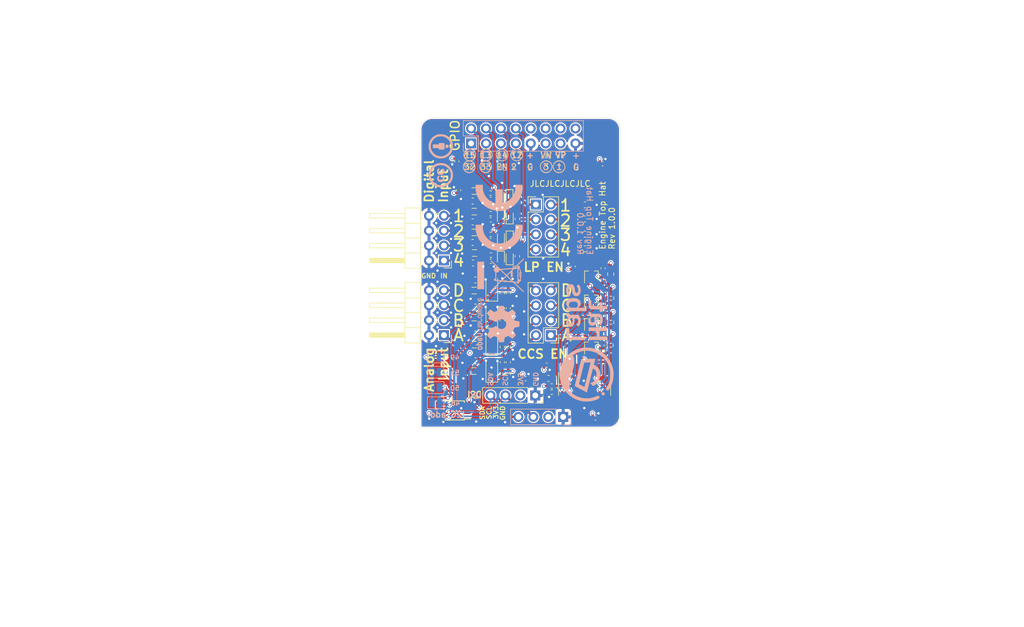
<source format=kicad_pcb>
(kicad_pcb (version 20211014) (generator pcbnew)
  (title_block (title "Engine Top Hat for SH-ESP32") (date "2021-12-31") (rev "1.0.0") (company "Hat Labs Ltd") (comment 1 "https://creativecommons.org/licenses/by-sa/4.0") (comment 2 "To view a copy of this license, visit ") (comment 3 "This design is licensed under CC BY-SA 4.0."))
  (layers (0 "F.Cu" signal) (1 "In1.Cu" power) (2 "In2.Cu" power) (31 "B.Cu" signal) (34 "B.Paste" user) (35 "F.Paste" user) (36 "B.SilkS" user "B.Silkscreen") (37 "F.SilkS" user "F.Silkscreen") (38 "B.Mask" user) (39 "F.Mask" user) (44 "Edge.Cuts" user))
  (net 0 "")
  (net 1 "GND")
  (net 2 "+3V3")
  (net 3 "Net-(C501-Pad1)")
  (net 4 "Net-(C502-Pad1)")
  (net 5 "/Digital input/In1")
  (net 6 "/Digital input/In2")
  (net 7 "/Digital input/In3")
  (net 8 "/Digital input/In4")
  (net 9 "/Digital input/InF1")
  (net 10 "/Digital input/InF2")
  (net 11 "/Digital input/InF3")
  (net 12 "/Digital input/InF4")
  (net 13 "Net-(C309-Pad1)")
  (net 14 "Net-(C310-Pad1)")
  (net 15 "Net-(C311-Pad1)")
  (net 16 "Net-(C312-Pad1)")
  (net 17 "Net-(C503-Pad1)")
  (net 18 "Net-(C504-Pad1)")
  (net 19 "/Analog input/Vin")
  (net 20 "/Analog input/InA")
  (net 21 "/Analog input/InB")
  (net 22 "/Analog input/InC")
  (net 23 "/Analog input/InD")
  (net 24 "/Analog input/InFA")
  (net 25 "/Analog input/InFB")
  (net 26 "/Analog input/InFC")
  (net 27 "/Analog input/InFD")
  (net 28 "/Analog input/ADC_A")
  (net 29 "/Analog input/ADC_B")
  (net 30 "/Analog input/ADC_C")
  (net 31 "/Analog input/ADC_D")
  (net 32 "/DI1")
  (net 33 "/DI2")
  (net 34 "/DI3")
  (net 35 "/DI4")
  (net 36 "/Analog input/SDA")
  (net 37 "/Analog input/SCL")
  (net 38 "/Analog input/IoutA")
  (net 39 "Net-(Q501-Pad2)")
  (net 40 "Net-(Q501-Pad1)")
  (net 41 "/Analog input/IoutB")
  (net 42 "Net-(Q502-Pad2)")
  (net 43 "Net-(Q502-Pad1)")
  (net 44 "/Analog input/IoutC")
  (net 45 "Net-(Q503-Pad2)")
  (net 46 "Net-(Q503-Pad1)")
  (net 47 "/Analog input/IoutD")
  (net 48 "Net-(Q504-Pad2)")
  (net 49 "Net-(Q504-Pad1)")
  (net 50 "/Analog input/ADDR")
  (footprint "Capacitor_SMD:C_0402_1005Metric" (layer "F.Cu") (at 132.2 64.4 90)
    (fp_text reference "C203" hide)
    (fp_text value "100nF" hide)
  )
  (footprint "Package_SO:SOIC-14_3.9x8.7mm_P1.27mm" (layer "F.Cu") (at 153.95 102.3 -90)
    (fp_text reference "U501" hide)
    (fp_text value "LMV324" hide)
  )
  (footprint "Connector_PinHeader_2.54mm:PinHeader_2x04_P2.54mm_Horizontal" (layer "F.Cu") (at 130 93.98 180)
    (fp_text reference "J502" hide)
    (fp_text value "Conn_02x04" hide)
  )
  (footprint "Capacitor_SMD:C_0402_1005Metric" (layer "F.Cu") (at 143.9 101.4 180)
    (fp_text reference "C202" hide)
    (fp_text value "100nF" hide)
  )
  (footprint "Capacitor_SMD:C_0402_1005Metric" (layer "F.Cu") (at 152 82.3 -90)
    (fp_text reference "C204" hide)
    (fp_text value "100nF" hide)
  )
  (footprint "Capacitor_SMD:C_0402_1005Metric" (layer "F.Cu") (at 132.5 69.3 -90)
    (fp_text reference "C207" hide)
    (fp_text value "100nF" hide)
  )
  (footprint "Capacitor_SMD:C_0402_1005Metric" (layer "F.Cu") (at 157.1 90.7 90)
    (fp_text reference "C502" hide)
    (fp_text value "100nF" hide)
  )
  (footprint "Capacitor_SMD:C_0402_1005Metric" (layer "F.Cu") (at 152.6 98 180)
    (fp_text reference "C505" hide)
    (fp_text value "100nF" hide)
  )
  (footprint "Capacitor_SMD:C_0603_1608Metric" (layer "F.Cu") (at 147.8 101.35 180)
    (fp_text reference "C506" hide)
    (fp_text value "68nF" hide)
  )
  (footprint "Package_TO_SOT_SMD:SOT-323_SC-70" (layer "F.Cu") (at 155.1 91.9 90)
    (fp_text reference "Q502" hide)
    (fp_text value "S9015" hide)
  )
  (footprint "Resistor_SMD:R_0402_1005Metric" (layer "F.Cu") (at 157.1 92.7 90)
    (fp_text reference "R502" hide)
    (fp_text value "1k" hide)
  )
  (footprint "Resistor_SMD:R_0603_1608Metric" (layer "F.Cu") (at 158.4 91.8 -90)
    (fp_text reference "R506" hide)
    (fp_text value "30" hide)
  )
  (footprint "Resistor_SMD:R_0402_1005Metric" (layer "F.Cu") (at 148.35 102.65)
    (fp_text reference "R509" hide)
    (fp_text value "1k" hide)
  )
  (footprint "Resistor_SMD:R_0402_1005Metric" (layer "F.Cu") (at 148.35 103.7 180)
    (fp_text reference "R510" hide)
    (fp_text value "10k" hide)
  )
  (footprint "Connector_PinSocket_2.54mm:PinSocket_1x04_P2.54mm_Vertical" (layer "F.Cu") (at 145.55 104.25 -90)
    (fp_text reference "J401" hide)
    (fp_text value "I2C_top" hide)
  )
  (footprint "Capacitor_SMD:C_0402_1005Metric" (layer "F.Cu") (at 157 64.8 180)
    (fp_text reference "C206" hide)
    (fp_text value "100nF" hide)
  )
  (footprint "Capacitor_SMD:C_0402_1005Metric" (layer "F.Cu") (at 155.8 108.1 180)
    (fp_text reference "C201" hide)
    (fp_text value "100nF" hide)
  )
  (footprint "Package_TO_SOT_SMD:SOT-323_SC-70" (layer "F.Cu") (at 155.1 95.9 90)
    (fp_text reference "Q501" hide)
    (fp_text value "S9015" hide)
  )
  (footprint "Resistor_SMD:R_0402_1005Metric" (layer "F.Cu") (at 139.95 100.6 -90)
    (fp_text reference "R511" hide)
    (fp_text value "51k" hide)
  )
  (footprint "Capacitor_SMD:C_0402_1005Metric" (layer "F.Cu") (at 157 94.8 90)
    (fp_text reference "C501" hide)
    (fp_text value "100nF" hide)
  )
  (footprint "Capacitor_SMD:C_0402_1005Metric" (layer "F.Cu") (at 140.95 98.6 90)
    (fp_text reference "C515" hide)
    (fp_text value "470nF" hide)
  )
  (footprint "Resistor_SMD:R_0402_1005Metric" (layer "F.Cu") (at 157 96.7 90)
    (fp_text reference "R501" hide)
    (fp_text value "1k" hide)
  )
  (footprint "Resistor_SMD:R_0603_1608Metric" (layer "F.Cu") (at 158.3 95.7 -90)
    (fp_text reference "R505" hide)
    (fp_text value "30" hide)
  )
  (footprint "Capacitor_SMD:C_0603_1608Metric" (layer "F.Cu") (at 134.9 71.15)
    (fp_text reference "C301" hide)
    (fp_text value "33pF/50V" hide)
  )
  (footprint "Capacitor_SMD:C_0603_1608Metric" (layer "F.Cu") (at 134.9 74.7)
    (fp_text reference "C302" hide)
    (fp_text value "33pF/50V" hide)
  )
  (footprint "Capacitor_SMD:C_0603_1608Metric" (layer "F.Cu") (at 134.9 78.2)
    (fp_text reference "C303" hide)
    (fp_text value "33pF/50V" hide)
  )
  (footprint "Capacitor_SMD:C_0603_1608Metric" (layer "F.Cu") (at 134.95 81.7)
    (fp_text reference "C304" hide)
    (fp_text value "33pF/50V" hide)
  )
  (footprint "Capacitor_SMD:C_0402_1005Metric" (layer "F.Cu") (at 137.95 70.85)
    (fp_text reference "C305" hide)
    (fp_text value "33pF" hide)
  )
  (footprint "Capacitor_SMD:C_0402_1005Metric" (layer "F.Cu") (at 137.95 74.35)
    (fp_text reference "C306" hide)
    (fp_text value "33pF" hide)
  )
  (footprint "Capacitor_SMD:C_0402_1005Metric" (layer "F.Cu") (at 137.95 77.9)
    (fp_text reference "C307" hide)
    (fp_text value "33pF" hide)
  )
  (footprint "Capacitor_SMD:C_0402_1005Metric" (layer "F.Cu") (at 137.98 81.4)
    (fp_text reference "C308" hide)
    (fp_text value "33pF" hide)
  )
  (footprint "Capacitor_SMD:C_0603_1608Metric" (layer "F.Cu") (at 154 79.3)
    (fp_text reference "C309" hide)
    (fp_text value "680pF" hide)
  )
  (footprint "Capacitor_SMD:C_0603_1608Metric" (layer "F.Cu") (at 154 76.8)
    (fp_text reference "C310" hide)
    (fp_text value "680pF" hide)
  )
  (footprint "Capacitor_SMD:C_0603_1608Metric" (layer "F.Cu") (at 154 74.2)
    (fp_text reference "C311" hide)
    (fp_text value "680pF" hide)
  )
  (footprint "Capacitor_SMD:C_0603_1608Metric" (layer "F.Cu") (at 154 71.8)
    (fp_text reference "C312" hide)
    (fp_text value "680pF" hide)
  )
  (footprint "Capacitor_SMD:C_0402_1005Metric" (layer "F.Cu") (at 157.1 86.7 90)
    (fp_text reference "C503" hide)
    (fp_text value "100nF" hide)
  )
  (footprint "Capacitor_SMD:C_0402_1005Metric" (layer "F.Cu") (at 157.1 82.6 90)
    (fp_text reference "C504" hide)
    (fp_text value "100nF" hide)
  )
  (footprint "Capacitor_SMD:C_0603_1608Metric" (layer "F.Cu") (at 135.375 98.35)
    (fp_text reference "C507" hide)
    (fp_text value "1uF" hide)
  )
  (footprint "Capacitor_SMD:C_0603_1608Metric" (layer "F.Cu") (at 135.35 93.8)
    (fp_text reference "C508" hide)
    (fp_text value "1uF" hide)
  )
  (footprint "Capacitor_SMD:C_0603_1608Metric" (layer "F.Cu") (at 135.35 89.2)
    (fp_text reference "C509" hide)
    (fp_text value "1uF" hide)
  )
  (footprint "Capacitor_SMD:C_0603_1608Metric" (layer "F.Cu") (at 135.35 84.6)
    (fp_text reference "C510" hide)
    (fp_text value "1uF" hide)
  )
  (footprint "Capacitor_SMD:C_0402_1005Metric" (layer "F.Cu") (at 139.95 98.6 90)
    (fp_text reference "C511" hide)
    (fp_text value "1uF" hide)
  )
  (footprint "Capacitor_SMD:C_0402_1005Metric" (layer "F.Cu") (at 139.95 94 90)
    (fp_text reference "C512" hide)
    (fp_text value "1uF" hide)
  )
  (footprint "Capacitor_SMD:C_0402_1005Metric" (layer "F.Cu") (at 139.95 89.4 90)
    (fp_text reference "C513" hide)
    (fp_text value "1uF" hide)
  )
  (footprint "Capacitor_SMD:C_0402_1005Metric" (layer "F.Cu") (at 139.95 84.8 90)
    (fp_text reference "C514" hide)
    (fp_text value "1uF" hide)
  )
  (footprint "Capacitor_SMD:C_0402_1005Metric" (layer "F.Cu") (at 140.95 94 90)
    (fp_text reference "C516" hide)
    (fp_text value "470nF" hide)
  )
  (footprint "Capacitor_SMD:C_0402_1005Metric" (layer "F.Cu") (at 140.95 89.4 90)
    (fp_text reference "C517" hide)
    (fp_text value "470nF" hide)
  )
  (footprint "Capacitor_SMD:C_0402_1005Metric" (layer "F.Cu") (at 140.95 84.8 90)
    (fp_text reference "C518" hide)
    (fp_text value "470nF" hide)
  )
  (footprint "Capacitor_SMD:C_0402_1005Metric" (layer "F.Cu") (at 128.3 107.7 -90)
    (fp_text reference "C519" hide)
    (fp_text value "100nF" hide)
  )
  (footprint "Diode_SMD:D_SOD-123F" (layer "F.Cu") (at 138.15 99.8 90)
    (fp_text reference "D501" hide)
    (fp_text value "SMF33A" hide)
  )
  (footprint "Diode_SMD:D_SOD-123F" (layer "F.Cu") (at 138.15 95.2 90)
    (fp_text reference "D502" hide)
    (fp_text value "SMF33A" hide)
  )
  (footprint "Diode_SMD:D_SOD-123F" (layer "F.Cu") (at 138.15 90.6 90)
    (fp_text reference "D503" hide)
    (fp_text value "SMF33A" hide)
  )
  (footprint "Diode_SMD:D_SOD-123F" (layer "F.Cu") (at 138.15 86 90)
    (fp_text reference "D504" hide)
    (fp_text value "SMF33A" hide)
  )
  (footprint "Inductor_SMD:L_0805_2012Metric" (layer "F.Cu") (at 135.15 69.45 180)
    (fp_text reference "FB301" hide)
    (fp_text value "GZ2012D101TF" hide)
  )
  (footprint "Inductor_SMD:L_0805_2012Metric" (layer "F.Cu") (at 135.15 72.95 180)
    (fp_text reference "FB302" hide)
    (fp_text value "GZ2012D101TF" hide)
  )
  (footprint "Inductor_SMD:L_0805_2012Metric" (layer "F.Cu") (at 135.15 76.5 180)
    (fp_text reference "FB303" hide)
    (fp_text value "GZ2012D101TF" hide)
  )
  (footprint "Inductor_SMD:L_0805_2012Metric" (layer "F.Cu") (at 135.2 80 180)
    (fp_text reference "FB304" hide)
    (fp_text value "GZ2012D101TF" hide)
  )
  (footprint "Inductor_SMD:L_0805_2012Metric" (layer "F.Cu") (at 135.0875 100.1 180)
    (fp_text reference "FB501" hide)
    (fp_text value "GZ2012D601TF" hide)
  )
  (footprint "Inductor_SMD:L_0805_2012Metric" (layer "F.Cu") (at 135.15 95.6 180)
    (fp_text reference "FB502" hide)
    (fp_text value "GZ2012D601TF" hide)
  )
  (footprint "Inductor_SMD:L_0805_2012Metric" (layer "F.Cu") (at 135.15 91 180)
    (fp_text reference "FB503" hide)
    (fp_text value "GZ2012D601TF" hide)
  )
  (footprint "Inductor_SMD:L_0805_2012Metric" (layer "F.Cu") (at 135.15 86.4 180)
    (fp_text reference "FB504" hide)
    (fp_text value "GZ2012D601TF" hide)
  )
  (footprint "Connector_PinHeader_2.54mm:PinHeader_2x04_P2.54mm_Horizontal" (layer "F.Cu") (at 130 81.28 180)
    (fp_text reference "J301" hide)
    (fp_text value "Conn_02x04_Odd_Even" hide)
  )
  (footprint "Package_TO_SOT_SMD:SOT-323_SC-70" (layer "F.Cu") (at 155.1 87.9 90)
    (fp_text reference "Q503" hide)
    (fp_text value "S9015" hide)
  )
  (footprint "Package_TO_SOT_SMD:SOT-323_SC-70" (layer "F.Cu") (at 155.1 83.8 90)
    (fp_text reference "Q504" hide)
    (fp_text value "S9015" hide)
  )
  (footprint "Resistor_SMD:R_0402_1005Metric" (layer "F.Cu") (at 137.95 69.8 180)
    (fp_text reference "R301" hide)
    (fp_text value "100k" hide)
  )
  (footprint "Resistor_SMD:R_0402_1005Metric" (layer "F.Cu") (at 137.95 73.3 180)
    (fp_text reference "R302" hide)
    (fp_text value "100k" hide)
  )
  (footprint "Resistor_SMD:R_0402_1005Metric" (layer "F.Cu") (at 137.95 76.85 180)
    (fp_text reference "R303" hide)
    (fp_text value "100k" hide)
  )
  (footprint "Resistor_SMD:R_0402_1005Metric" (layer "F.Cu") (at 138 80.35 180)
    (fp_text reference "R304" hide)
    (fp_text value "100k" hide)
  )
  (footprint "Resistor_SMD:R_0402_1005Metric" (layer "F.Cu") (at 157.1 88.7 90)
    (fp_text reference "R503" hide)
    (fp_text value "1k" hide)
  )
  (footprint "Resistor_SMD:R_0402_1005Metric" (layer "F.Cu") (at 157.1 84.6 90)
    (fp_text reference "R504" hide)
    (fp_text value "1k" hide)
  )
  (footprint "Resistor_SMD:R_0603_1608Metric" (layer "F.Cu") (at 158.4 87.7 -90)
    (fp_text reference "R507" hide)
    (fp_text value "30" hide)
  )
  (footprint "Resistor_SMD:R_0603_1608Metric" (layer "F.Cu") (at 158.4 83.6 -90)
    (fp_text reference "R508" hide)
    (fp_text value "30" hide)
  )
  (footprint "Resistor_SMD:R_0402_1005Metric" (layer "F.Cu") (at 140.95 100.6 90)
    (fp_text reference "R512" hide)
    (fp_text value "3.9k" hide)
  )
  (footprint "Resistor_SMD:R_0402_1005Metric" (layer "F.Cu") (at 139.95 96 -90)
    (fp_text reference "R513" hide)
    (fp_text value "51k" hide)
  )
  (footprint "Resistor_SMD:R_0402_1005Metric" (layer "F.Cu") (at 140.95 96 90)
    (fp_text reference "R514" hide)
    (fp_text value "3.9k" hide)
  )
  (footprint "Resistor_SMD:R_0402_1005Metric" (layer "F.Cu") (at 139.95 91.4 -90)
    (fp_text reference "R515" hide)
    (fp_text value "51k" hide)
  )
  (footprint "Resistor_SMD:R_0402_1005Metric" (layer "F.Cu") (at 140.95 91.4 90)
    (fp_text reference "R516" hide)
    (fp_text value "3.9k" hide)
  )
  (footprint "Resistor_SMD:R_0402_1005Metric" (layer "F.Cu") (at 139.95 86.8 -90)
    (fp_text reference "R517" hide)
    (fp_text value "51k" hide)
  )
  (footprint "Resistor_SMD:R_0402_1005Metric" (layer "F.Cu") (at 140.95 86.8 90)
    (fp_text reference "R518" hide)
    (fp_text value "3.9k" hide)
  )
  (footprint "Package_SO:TSSOP-10_3x3mm_P0.5mm" (layer "F.Cu") (at 131.85 106.8 180)
    (fp_text reference "U502" hide)
    (fp_text value "ADS1115IDGS" hide)
  )
  (footprint "Diode_SMD:D_SOD-523" (layer "F.Cu") (at 139.65 70.35 90)
    (fp_text reference "D301" hide)
    (fp_text value "MSK4005" hide)
  )
  (footprint "Diode_SMD:D_SOD-523" (layer "F.Cu") (at 141.15 70.35 -90)
    (fp_text reference "D302" hide)
    (fp_text value "MSK4005" hide)
  )
  (footprint "Diode_SMD:D_SOD-523" (layer "F.Cu") (at 139.7 73.9 -90)
    (fp_text reference "D303" hide)
    (fp_text value "MSK4005" hide)
  )
  (footprint "Diode_SMD:D_SOD-523" (layer "F.Cu") (at 141.2 73.9 90)
    (fp_text reference "D304" hide)
    (fp_text value "MSK4005" hide)
  )
  (footprint "Diode_SMD:D_SOD-523" (layer "F.Cu") (at 139.7 77.4 90)
    (fp_text reference "D305" hide)
    (fp_text value "MSK4005" hide)
  )
  (footprint "Diode_SMD:D_SOD-523" (layer "F.Cu") (at 141.2 77.4 -90)
    (fp_text reference "D306" hide)
    (fp_text value "MSK4005" hide)
  )
  (footprint "Diode_SMD:D_SOD-523" (layer "F.Cu") (at 139.7 80.85 -90)
    (fp_text reference "D307" hide)
    (fp_text value "MSK4005" hide)
  )
  (footprint "Diode_SMD:D_SOD-523" (layer "F.Cu") (at 141.2 80.85 90)
    (fp_text reference "D308" hide)
    (fp_text value "MSK4005" hide)
  )
  (footprint "Connector_PinHeader_2.54mm:PinHeader_2x04_P2.54mm_Vertical" (layer "F.Cu") (at 145.65 71.75)
    (fp_text reference "J302" hide)
    (fp_text value "Conn_02x04_Odd_Even" hide)
  )
  (footprint "Connector_PinHeader_2.54mm:PinHeader_2x04_P2.54mm_Vertical" (layer "F.Cu") (at 148.2 94 180)
    (fp_text reference "J501" hide)
    (fp_text value "Conn_02x04_Odd_Even" hide)
  )
  (footprint "Resistor_SMD:R_0402_1005Metric" (layer "F.Cu") (at 142.45 70.65 -90)
    (fp_text reference "R305" hide)
    (fp_text value "1M" hide)
  )
  (footprint "Resistor_SMD:R_0402_1005Metric" (layer "F.Cu") (at 142.5 74.2 90)
    (fp_text reference "R306" hide)
    (fp_text value "1M" hide)
  )
  (footprint "Resistor_SMD:R_0402_1005Metric" (layer "F.Cu") (at 142.5 77.1 -90)
    (fp_text reference "R307" hide)
    (fp_text value "1M" hide)
  )
  (footprint "Resistor_SMD:R_0402_1005Metric" (layer "F.Cu") (at 142.5 80.55 90)
    (fp_text reference "R308" hide)
    (fp_text value "1M" hide)
  )
  (footprint "Capacitor_SMD:C_0402_1005Metric" (layer "F.Cu") (at 147.5 99.1 180)
    (fp_text reference "C205" hide)
    (fp_text value "100nF" hide)
  )
  (footprint "Connector_PinHeader_2.54mm:PinHeader_1x04_P2.54mm_Vertical" (layer "B.Cu") (at 150.3 107.91 90)
    (fp_text reference "J402" hide)
    (fp_text value "I2C_bottom" hide)
  )
  (footprint "Symbol:OSHW-Logo2_9.8x8mm_SilkScreen" (layer "B.Cu") (at 139.15 92.1 90)
    (fp_text reference "REF**" hide)
    (fp_text value "OSHW-Logo2_9.8x8mm_SilkScreen" hide)
  )
  (footprint "Connector_PinSocket_2.54mm:PinSocket_2x08_P2.54mm_Vertical" (layer "B.Cu") (at 134.62 61.34 -90)
    (fp_text reference "J403" hide)
    (fp_text value "GPIO subset" hide)
  )
  (footprint "SH-ESP32-tank-hat:Hat_Labs_20mm" (layer "B.Cu") (at 154.3 95.3 90)
    (fp_text reference "G***" hide)
    (fp_text value "LOGO" hide)
  )
  (footprint "Jumper:SolderJumper-2_P1.3mm_Open_Pad1.0x1.5mm" (layer "B.Cu") (at 128.6 102.9)
    (fp_text reference "JP503" hide)
    (fp_text value "Open" hide)
  )
  (footprint "Jumper:SolderJumper-2_P1.3mm_Open_Pad1.0x1.5mm" (layer "B.Cu") (at 128.6 97.7)
    (fp_text reference "JP501" hide)
    (fp_text value "Open" hide)
  )
  (footprint "Jumper:SolderJumper-2_P1.3mm_Bridged_Pad1.0x1.5mm" (layer "B.Cu") (at 128.6 100.3)
    (fp_text reference "JP502" hide)
    (fp_text value "Bridged" hide)
  )
  (footprint "Jumper:SolderJumper-2_P1.3mm_Open_Pad1.0x1.5mm" (layer "B.Cu") (at 128.6 105.5)
    (fp_text reference "JP504" hide)
    (fp_text value "Open" hide)
  )
  (footprint "SH-ESP32-tank-hat:cc-by_5mm" (layer "B.Cu") (at 129.4 64.3 90)
    (fp_text reference "G***" hide)
    (fp_text value "LOGO" hide)
  )
  (footprint "Symbol:CE-Logo_11.2x8mm_SilkScreen" (layer "B.Cu") (at 139.4 74 90)
    (fp_text reference "REF**" hide)
    (fp_text value "CE-Logo_11.2x8mm_SilkScreen" hide)
  )
  (footprint "Symbol:WEEE-Logo_5.6x8mm_SilkScreen" (layer "B.Cu") (at 139.7 83.8 90)
    (fp_text reference "REF**" hide)
    (fp_text value "WEEE-Logo_5.6x8mm_SilkScreen" hide)
  )
  (gr_circle (center 147.4 65.35) (end 148.4 65.35) (layer "B.SilkS") (width 0.12) (fill none))
  (gr_circle (center 149.6 65.35) (end 150.6 65.35) (layer "B.SilkS") (width 0.12) (fill none))
  (gr_circle (center 137.1 65.35) (end 138.1 65.35) (layer "B.SilkS") (width 0.12) (fill none))
  (gr_circle (center 134.3 65.35) (end 135.3 65.35) (layer "B.SilkS") (width 0.12) (fill none))
  (gr_circle (center 134.4 63.3) (end 135.4 63.3) (layer "B.SilkS") (width 0.12) (fill none))
  (gr_circle (center 137.2 63.3) (end 138.2 63.3) (layer "B.SilkS") (width 0.12) (fill none))
  (gr_circle (center 139.9 63.3) (end 140.9 63.3) (layer "B.SilkS") (width 0.12) (fill none))
  (gr_circle (center 142.4 63.3) (end 143.4 63.3) (layer "B.SilkS") (width 0.12) (fill none))
  (gr_circle (center 149.6 65.3) (end 150.6 65.3) (layer "F.SilkS") (width 0.12) (fill none))
  (gr_circle (center 147.4 65.3) (end 148.4 65.3) (layer "F.SilkS") (width 0.12) (fill none))
  (gr_circle (center 137.1 65.3) (end 138.1 65.3) (layer "F.SilkS") (width 0.12) (fill none))
  (gr_circle (center 134.3 65.3) (end 135.3 65.3) (layer "F.SilkS") (width 0.12) (fill none))
  (gr_circle (center 134.4 63.3) (end 135.4 63.3) (layer "F.SilkS") (width 0.12) (fill none))
  (gr_circle (center 142.4 63.3) (end 143.4 63.3) (layer "F.SilkS") (width 0.12) (fill none))
  (gr_circle (center 139.9 63.3) (end 140.9 63.3) (layer "F.SilkS") (width 0.12) (fill none))
  (gr_circle (center 137.2 63.3) (end 138.2 63.3) (layer "F.SilkS") (width 0.12) (fill none))
  (gr_line (start 158 57) (end 143 57) (layer "Edge.Cuts") (width 0.05))
  (gr_line (start 126 109.75) (end 158 109.75) (layer "Edge.Cuts") (width 0.05))
  (gr_arc (start 160 107.75) (mid 159.414214 109.164214) (end 158 109.75) (layer "Edge.Cuts") (width 0.05))
  (gr_line (start 126 109.75) (end 126 59) (layer "Edge.Cuts") (width 0.05))
  (gr_line (start 160 107.75) (end 160 74) (layer "Edge.Cuts") (width 0.05))
  (gr_arc (start 158 57) (mid 159.414214 57.585786) (end 160 59) (layer "Edge.Cuts") (width 0.05))
  (gr_line (start 128 57) (end 143 57) (layer "Edge.Cuts") (width 0.05))
  (gr_line (start 160 74) (end 160 59) (layer "Edge.Cuts") (width 0.05))
  (gr_arc (start 126 59) (mid 126.585786 57.585786) (end 128 57) (layer "Edge.Cuts") (width 0.05))
  (gr_text "+" (at 152.5 63.4) (layer "B.SilkS") (effects (font (size 1 1) (thickness 0.16)) (justify mirror)))
  (gr_text "G" (at 152.5 65.35) (layer "B.SilkS") (effects (font (size 1 1) (thickness 0.16)) (justify mirror)))
  (gr_text "G" (at 144.7 65.45) (layer "B.SilkS") (effects (font (size 1 1) (thickness 0.16)) (justify mirror)))
  (gr_text "+" (at 144.7 63.4) (layer "B.SilkS") (effects (font (size 1 1) (thickness 0.16)) (justify mirror)))
  (gr_text "13" (at 137.2 63.35) (layer "B.SilkS") (effects (font (size 1 1) (thickness 0.16)) (justify mirror)))
  (gr_text "12" (at 142.4 63.35) (layer "B.SilkS") (effects (font (size 1 1) (thickness 0.16)) (justify mirror)))
  (gr_text "14" (at 139.9 63.35) (layer "B.SilkS") (effects (font (size 1 1) (thickness 0.16)) (justify mirror)))
  (gr_text "33" (at 137.1 65.35) (layer "B.SilkS") (effects (font (size 1 1) (thickness 0.16)) (justify mirror)))
  (gr_text "32" (at 134.3 65.35) (layer "B.SilkS") (effects (font (size 1 1) (thickness 0.16)) (justify mirror)))
  (gr_text "VN" (at 147.4 63.45) (layer "B.SilkS") (effects (font (size 1 1) (thickness 0.16)) (justify mirror)))
  (gr_text "VP" (at 149.8 63.35) (layer "B.SilkS") (effects (font (size 1 1) (thickness 0.16)) (justify mirror)))
  (gr_text "EN" (at 139.9 65.45) (layer "B.SilkS") (effects (font (size 1 1) (thickness 0.16)) (justify mirror)))
  (gr_text "15" (at 134.3 63.35) (layer "B.SilkS") (effects (font (size 1 1) (thickness 0.16)) (justify mirror)))
  (gr_text "2" (at 141.9 65.35) (layer "B.SilkS") (effects (font (size 1 1) (thickness 0.16)) (justify mirror)))
  (gr_text "3" (at 147.3 65.35) (layer "B.SilkS") (effects (font (size 1 1) (thickness 0.16)) (justify mirror)))
  (gr_text "1" (at 149.6 65.35) (layer "B.SilkS") (effects (font (size 1 1) (thickness 0.16)) (justify mirror)))
  (gr_text "I2C" (at 135.2 104.3) (layer "B.SilkS") (effects (font (size 1 1) (thickness 0.2)) (justify mirror)))
  (gr_text "GND" (at 145.6 101.5 270) (layer "B.SilkS") (effects (font (size 0.8 0.8) (thickness 0.16)) (justify mirror)))
  (gr_text "3V3" (at 143 101.5 270) (layer "B.SilkS") (effects (font (size 0.8 0.8) (thickness 0.16)) (justify mirror)))
  (gr_text "SDA" (at 137.9 101.5 270) (layer "B.SilkS") (effects (font (size 0.8 0.8) (thickness 0.16)) (justify mirror)))
  (gr_text "SCL" (at 140.4 101.5 270) (layer "B.SilkS") (effects (font (size 0.8 0.8) (thickness 0.16)) (justify mirror)))
  (gr_text "49" (at 131 97.8) (layer "B.SilkS") (effects (font (size 0.8 0.8) (thickness 0.16)) (justify right mirror)))
  (gr_text "51" (at 131 100.4) (layer "B.SilkS") (effects (font (size 0.8 0.8) (thickness 0.16)) (justify right mirror)))
  (gr_text "48" (at 131.1 105.6) (layer "B.SilkS") (effects (font (size 0.8 0.8) (thickness 0.16)) (justify right mirror)))
  (gr_text "I2C addr" (at 130.3 107.5) (layer "B.SilkS") (effects (font (size 1 1) (thickness 0.2)) (justify mirror)))
  (gr_text "50" (at 131 103) (layer "B.SilkS") (effects (font (size 0.8 0.8) (thickness 0.16)) (justify right mirror)))
  (gr_text "Engine Top Hat\nRev 1.0.0" (at 154 80.4 -90) (layer "B.SilkS") (effects (font (size 1 1) (thickness 0.16)) (justify left mirror)))
  (gr_text "SCL" (at 137.7 107.2 90) (layer "F.SilkS") (effects (font (size 0.8 0.8) (thickness 0.16))))
  (gr_text "SDA" (at 136.55 107.25 90) (layer "F.SilkS") (effects (font (size 0.8 0.8) (thickness 0.16))))
  (gr_text "3V3" (at 138.85 107.15 90) (layer "F.SilkS") (effects (font (size 0.8 0.8) (thickness 0.16))))
  (gr_text "GND" (at 140 107.25 90) (layer "F.SilkS") (effects (font (size 0.8 0.8) (thickness 0.16))))
  (gr_text "B" (at 132.5 91.5) (layer "F.SilkS") (effects (font (size 2 2) (thickness 0.3))))
  (gr_text "GPIO" (at 131.9 60 90) (layer "F.SilkS") (effects (font (size 1.5 1.5) (thickness 0.24))))
  (gr_text "+" (at 152.5 63.4) (layer "F.SilkS") (effects (font (size 1 1) (thickness 0.16))))
  (gr_text "+" (at 144.65 63.35) (layer "F.SilkS") (effects (font (size 1 1) (thickness 0.16))))
  (gr_text "G" (at 152.5 65.4) (layer "F.SilkS") (effects (font (size 1 1) (thickness 0.16))))
  (gr_text "G" (at 144.65 65.35) (layer "F.SilkS") (effects (font (size 1 1) (thickness 0.16))))
  (gr_text "3" (at 147.4 65.35) (layer "F.SilkS") (effects (font (size 1 1) (thickness 0.16))))
  (gr_text "1" (at 149.65 65.35) (layer "F.SilkS") (effects (font (size 1 1) (thickness 0.16))))
  (gr_text "2" (at 141.9 65.35) (layer "F.SilkS") (effects (font (size 1 1) (thickness 0.16))))
  (gr_text "15" (at 134.4 63.35) (layer "F.SilkS") (effects (font (size 1 1) (thickness 0.16))))
  (gr_text "EN" (at 139.9 65.35) (layer "F.SilkS") (effects (font (size 1 1) (thickness 0.16))))
  (gr_text "VP" (at 149.9 63.35) (layer "F.SilkS") (effects (font (size 1 1) (thickness 0.16))))
  (gr_text "VN" (at 147.4 63.35) (layer "F.SilkS") (effects (font (size 1 1) (thickness 0.16))))
  (gr_text "32" (at 134.4 65.35) (layer "F.SilkS") (effects (font (size 1 1) (thickness 0.16))))
  (gr_text "33" (at 137.15 65.35) (layer "F.SilkS") (effects (font (size 1 1) (thickness 0.16))))
  (gr_text "14" (at 139.9 63.35) (layer "F.SilkS") (effects (font (size 1 1) (thickness 0.16))))
  (gr_text "12" (at 142.4 63.35) (layer "F.SilkS") (effects (font (size 1 1) (thickness 0.16))))
  (gr_text "13" (at 137.15 63.35) (layer "F.SilkS") (effects (font (size 1 1) (thickness 0.16))))
  (gr_text "GND" (at 127.4 83.9) (layer "F.SilkS") (effects (font (size 0.8 0.8) (thickness 0.16))))
  (gr_text "Engine Top Hat\nRev 1.0.0" (at 157.8 79.5 90) (layer "F.SilkS") (effects (font (size 1 1) (thickness 0.16)) (justify left)))
  (gr_text "C" (at 132.5 89) (layer "F.SilkS") (effects (font (size 2 2) (thickness 0.3))))
  (gr_text "D" (at 132.5 86.4) (layer "F.SilkS") (effects (font (size 2 2) (thickness 0.3))))
  (gr_text "IN" (at 130 83.9) (layer "F.SilkS") (effects (font (size 0.8 0.8) (thickness 0.16))))
  (gr_text "1" (at 132.5 73.7) (layer "F.SilkS") (effects (font (size 2 2) (thickness 0.3))))
  (gr_text "Analog\nInput" (at 128.7 95.9 90) (layer "F.SilkS") (effects (font (size 1.5 1.5) (thickness 0.3)) (justify right)))
  (gr_text "I2C" (at 135.2 104.1) (layer "F.SilkS") (effects (font (size 1 1) (thickness 0.2))))
  (gr_text "B" (at 150.9 91.5) (layer "F.SilkS") (effects (font (size 2 2) (thickness 0.3))))
  (gr_text "A" (at 150.9 94) (layer "F.SilkS") (effects (font (size 2 2) (thickness 0.3))))
  (gr_text "C" (at 150.9 89) (layer "F.SilkS") (effects (font (size 2 2) (thickness 0.3))))
  (gr_text "D" (at 150.9 86.4) (layer "F.SilkS") (effects (font (size 2 2) (thickness 0.3))))
  (gr_text "1" (at 150.7 71.9) (layer "F.SilkS") (effects (font (size 2 2) (thickness 0.3))))
  (gr_text "3" (at 150.7 76.9) (layer "F.SilkS") (effects (font (size 2 2) (thickness 0.3))))
  (gr_text "4" (at 150.7 79.5) (layer "F.SilkS") (effects (font (size 2 2) (thickness 0.3))))
  (gr_text "2" (at 150.7 74.5) (layer "F.SilkS") (effects (font (size 2 2) (thickness 0.3))))
  (gr_text "3" (at 132.5 78.7) (layer "F.SilkS") (effects (font (size 2 2) (thickness 0.3))))
  (gr_text "4" (at 132.5 81.3) (layer "F.SilkS") (effects (font (size 2 2) (thickness 0.3))))
  (gr_text "LP EN" (at 147 82.4) (layer "F.SilkS") (effects (font (size 1.5 1.5) (thickness 0.3))))
  (gr_text "A" (at 132.5 94) (layer "F.SilkS") (effects (font (size 2 2) (thickness 0.3))))
  (gr_text "CCS EN" (at 146.8 97.2) (layer "F.SilkS") (effects (font (size 1.5 1.5) (thickness 0.3))))
  (gr_text "Digital\nInput" (at 128.7 71.6 90) (layer "F.SilkS") (effects (font (size 1.5 1.5) (thickness 0.3)) (justify left)))
  (gr_text "JLCJLCJLCJLC" (at 149.8 68.2) (layer "F.SilkS") (effects (font (size 1 1) (thickness 0.16))))
  (gr_text "2" (at 132.5 76.3) (layer "F.SilkS") (effects (font (size 2 2) (thickness 0.3))))
  (via (at 134.4 97) (size 0.6) (drill 0.4) (layers "F.Cu" "B.Cu") (net 0))
  (segment (start 147.98 99.1) (end 147.98 99.88) (width 0.4) (layer "F.Cu") (net 1))
  (segment (start 136.25 71.15) (end 136.6 71.5) (width 0.4) (layer "F.Cu") (net 1))
  (segment (start 139.38 88.92) (end 139.1 89.2) (width 0.4) (layer "F.Cu") (net 1))
  (segment (start 137.2 84.6) (end 137.1 84.5) (width 0.4) (layer "F.Cu") (net 1))
  (segment (start 136.125 84.6) (end 137 84.6) (width 0.4) (layer "F.Cu") (net 1))
  (segment (start 141.62 88.92) (end 141.7 89) (width 0.4) (layer "F.Cu") (net 1))
  (segment (start 139.95 84.32) (end 139.94701 84.32) (width 0.4) (layer "F.Cu") (net 1))
  (segment (start 136.125 89.2) (end 137.1 89.2) (width 0.4) (layer "F.Cu") (net 1))
  (segment (start 138.15 84.6) (end 137.2 84.6) (width 0.4) (layer "F.Cu") (net 1))
  (segment (start 139.932536 84.32701) (end 139.94 84.32701) (width 0.4) (layer "F.Cu") (net 1))
  (segment (start 154.775 76.8) (end 156 76.8) (width 0.4) (layer "F.Cu") (net 1))
  (segment (start 141.2 78.1) (end 141.2 79.1) (width 0.4) (layer "F.Cu") (net 1))
  (segment (start 138.43 71.662501) (end 138.378982 71.713519) (width 0.4) (layer "F.Cu") (net 1))
  (segment (start 144.38 101.4) (end 144.38 100.62) (width 0.4) (layer "F.Cu") (net 1))
  (segment (start 127.52 108.18) (end 127.5 108.2) (width 0.4) (layer "F.Cu") (net 1))
  (segment (start 136.1 81.7) (end 136.7 82.3) (width 0.4) (layer "F.Cu") (net 1))
  (segment (start 138.43 70.85) (end 138.43 71.662501) (width 0.4) (layer "F.Cu") (net 1))
  (segment (start 140.95 88.92) (end 141.62 88.92) (width 0.4) (layer "F.Cu") (net 1))
  (segment (start 140.95 88.92) (end 139.95 88.92) (width 0.4) (layer "F.Cu") (net 1))
  (segment (start 134 106.8) (end 133.320804 106.8) (width 0.25) (layer "F.Cu") (net 1))
  (segment (start 141.2 72.22701) (end 141.32701 72.1) (width 0.4) (layer "F.Cu") (net 1))
  (segment (start 141.15 71.05) (end 141.15 71.92299) (width 0.4) (layer "F.Cu") (net 1))
  (segment (start 138.15 93.8) (end 139.1 93.8) (width 0.4) (layer "F.Cu") (net 1))
  (segment (start 141.784011 98.12) (end 141.8 98.104011) (width 0.4) (layer "F.Cu") (net 1))
  (segment (start 135.675 78.2) (end 136.2 78.2) (width 0.4) (layer "F.Cu") (net 1))
  (segment (start 140.95 84.32) (end 139.95 84.32) (width 0.4) (layer "F.Cu") (net 1))
  (segment (start 144.38 100.62) (end 144.4 100.6) (width 0.4) (layer "F.Cu") (net 1))
  (segment (start 138.15 98.4) (end 138.15 99.45) (width 0.4) (layer "F.Cu") (net 1))
  (segment (start 155.9 79.3) (end 156 79.2) (width 0.4) (layer "F.Cu") (net 1))
  (segment (start 141.2 73.2) (end 141.2 72.22701) (width 0.4) (layer "F.Cu") (net 1))
  (segment (start 137.15 98.35) (end 138.1 98.35) (width 0.4) (layer "F.Cu") (net 1))
  (segment (start 139.95 93.52) (end 139.38 93.52) (width 0.4) (layer "F.Cu") (net 1))
  (segment (start 156.28 108.1) (end 156.28 107.32) (width 0.4) (layer "F.Cu") (net 1))
  (segment (start 137 84.6) (end 137.1 84.5) (width 0.4) (layer "F.Cu") (net 1))
  (segment (start 138.15 93.8) (end 137.1 93.8) (width 0.4) (layer "F.Cu") (net 1))
  (segment (start 135.675 74.7) (end 136.2 74.7) (width 0.4) (layer "F.Cu") (net 1))
  (segment (start 139.95 98.12) (end 140.95 98.12) (width 0.4) (layer "F.Cu") (net 1))
  (segment (start 132.2 64.88) (end 131.42 64.88) (width 0.4) (layer "F.Cu") (net 1))
  (segment (start 140.95 93.52) (end 139.95 93.52) (width 0.4) (layer "F.Cu") (net 1))
  (segment (start 138.15 84.6) (end 138.677011 85.127011) (width 0.4) (layer "F.Cu") (net 1))
  (segment (start 139.1 98.4) (end 139.67 98.4) (width 0.4) (layer "F.Cu") (net 1))
  (segment (start 138.15 89.2) (end 137.1 89.2) (width 0.4) (layer "F.Cu") (net 1))
  (segment (start 147.84 104.44) (end 147.9 104.5) (width 0.4) (layer "F.Cu") (net 1))
  (segment (start 138.15 99.45) (end 138.1 99.5) (width 0.4) (layer "F.Cu") (net 1))
  (segment (start 138.46 82.26) (end 138.5 82.3) (width 0.4) (layer "F.Cu") (net 1))
  (segment (start 139.95 88.92) (end 139.38 88.92) (width 0.4) (layer "F.Cu") (net 1))
  (segment (start 157.48 64.02) (end 157.5 64) (width 0.4) (layer "F.Cu") (net 1))
  (segment (start 138.46 81.4) (end 138.46 82.26) (width 0.4) (layer "F.Cu") (net 1))
  (segment (start 153.95 104.775) (end 153.95 106.35) (width 0.4) (layer "F.Cu") (net 1))
  (segment (start 141.69 96.51) (end 141.7 96.5) (width 0.4) (layer "F.Cu") (net 1))
  (segment (start 135.725 81.7) (end 136.1 81.7) (width 0.4) (layer "F.Cu") (net 1))
  (segment (start 135.675 71.15) (end 136.25 71.15) (width 0.4) (layer "F.Cu") (net 1))
  (segment (start 154.775 79.3) (end 155.9 79.3) (width 0.4) (layer "F.Cu") (net 1))
  (segment (start 152.12 98) (end 151.4 98) (width 0.4) (layer "F.Cu") (net 1))
  (segment (start 154.775 74.2) (end 156 74.2) (width 0.4) (layer "F.Cu") (net 1))
  (segment (start 136.2 78.2) (end 136.6 78.6) (width 0.4) (layer "F.Cu") (net 1))
  (segment (start 151.22 81.82) (end 151.2 81.8) (width 0.4) (layer "F.Cu") (net 1))
  (segment (start 131.72 68.82) (end 131.7 68.8) (width 0.4) (layer "F.Cu") (net 1))
  (segment (start 139.38 93.52) (end 139.2 93.7) (width 0.4) (layer "F.Cu") (net 1))
  (segment (start 140.95 98.12) (end 141.784011 98.12) (width 0.4) (layer "F.Cu") (net 1))
  (segment (start 138.15 89.2) (end 139.1 89.2) (width 0.4) (layer "F.Cu") (net 1))
  (segment (start 147.84 103.7) (end 147.84 104.44) (width 0.4) (layer "F.Cu") (net 1))
  (segment (start 141.62 93.52) (end 141.7 93.6) (width 0.4) (layer "F.Cu") (net 1))
  (segment (start 133.320804 106.8) (end 132.95201 106.431206) (width 0.25) (layer "F.Cu") (net 1))
  (segment (start 136.2 74.7) (end 136.6 75.1) (width 0.4) (layer "F.Cu") (net 1))
  (segment (start 136.125 93.8) (end 137.1 93.8) (width 0.4) (layer "F.Cu") (net 1))
  (segment (start 147.98 99.88) (end 148 99.9) (width 0.4) (layer "F.Cu") (net 1))
  (segment (start 140.95 84.32) (end 141.62 84.32) (width 0.4) (layer "F.Cu") (net 1))
  (segment (start 157.48 64.8) (end 157.48 64.02) (width 0.4) (layer "F.Cu") (net 1))
  (segment (start 146.05 101.35) (end 146 101.4) (width 0.4) (layer "F.Cu") (net 1))
  (segment (start 141.62 84.32) (end 141.7 84.4) (width 0.4) (layer "F.Cu") (net 1))
  (segment (start 140.95 93.52) (end 141.62 93.52) (width 0.4) (layer "F.Cu") (net 1))
  (segment (start 139.132535 85.127011) (end 139.932536 84.32701) (width 0.4) (layer "F.Cu") (net 1))
  (segment (start 138.43 75.17) (end 138.4 75.2) (width 0.4) (layer "F.Cu") (net 1))
  (segment (start 138.677011 85.127011) (end 139.132535 85.127011) (width 0.4) (layer "F.Cu") (net 1))
  (segment (start 154.775 71.8) (end 156 71.8) (width 0.4) (layer "F.Cu") (net 1))
  (segment (start 132.5 68.82) (end 131.72 68.82) (width 0.4) (layer "F.Cu") (net 1))
  (segment (start 128.3 108.18) (end 127.52 108.18) (width 0.4) (layer "F.Cu") (net 1))
  (segment (start 141.79 101.11) (end 141.8 101.1) (width 0.4) (layer "F.Cu") (net 1))
  (segment (start 138.43 77.9) (end 138.43 78.67) (width 0.4) (layer "F.Cu") (net 1))
  (segment (start 131.42 64.88) (end 131.4 64.9) (width 0.4) (layer "F.Cu") (net 1))
  (segment (start 153.95 106.35) (end 153.9 106.4) (width 0.4) (layer "F.Cu") (net 1))
  (segment (start 138.43 74.35) (end 138.43 75.17) (width 0.4) (layer "F.Cu") (net 1))
  (segment (start 140.95 101.11) (end 141.79 101.11) (width 0.4) (layer "F.Cu") (net 1))
  (segment (start 138.15 98.4) (end 139.1 98.4) (width 0.4) (layer "F.Cu") (net 1))
  (segment (start 152 81.82) (end 151.22 81.82) (width 0.4) (layer "F.Cu") (net 1))
  (segment (start 139.67 98.4) (end 139.95 98.12) (width 0.4) (layer "F.Cu") (net 1))
  (segment (start 156.28 107.32) (end 156.3 107.3) (width 0.4) (layer "F.Cu") (net 1))
  (segment (start 140.95 96.51) (end 141.69 96.51) (width 0.4) (layer "F.Cu") (net 1))
  (segment (start 141.2 80.15) (end 141.2 79.1) (width 0.4) (layer "F.Cu") (net 1))
  (segment (start 141.15 71.92299) (end 141.32701 72.1) (width 0.4) (layer "F.Cu") (net 1))
  (segment (start 139.94701 84.32) (end 139.94 84.32701) (width 0.4) (layer "F.Cu") (net 1))
  (segment (start 147.025 101.35) (end 146.05 101.35) (width 0.4) (layer "F.Cu") (net 1))
  (segment (start 139.1 93.8) (end 139.2 93.7) (width 0.4) (layer "F.Cu") (net 1))
  (segment (start 138.43 78.67) (end 138.4 78.7) (width 0.4) (layer "F.Cu") (net 1))
  (segment (start 138.1 98.35) (end 138.15 98.4) (width 0.4) (layer "F.Cu") (net 1))
  (segment (start 136.15 98.35) (end 137.15 98.35) (width 0.4) (layer "F.Cu") (net 1))
  (via (at 148 99.9) (size 0.6) (drill 0.4) (layers "F.Cu" "B.Cu") (net 1))
  (via (at 141.7 93.6) (size 0.6) (drill 0.4) (layers "F.Cu" "B.Cu") (net 1))
  (via (at 131.2 90.15) (size 0.6) (drill 0.4) (layers "F.Cu" "B.Cu") (net 1))
  (via (at 156 74.2) (size 0.8) (drill 0.4) (layers "F.Cu" "B.Cu") (net 1))
  (via (at 142.75 64.7) (size 0.6) (drill 0.4) (layers "F.Cu" "B.Cu") (net 1))
  (via (at 156.3 107.3) (size 0.6) (drill 0.4) (layers "F.Cu" "B.Cu") (net 1))
  (via (at 146.9 80.9) (size 0.6) (drill 0.4) (layers "F.Cu" "B.Cu") (net 1))
  (via (at 151.4 98) (size 0.6) (drill 0.4) (layers "F.Cu" "B.Cu") (net 1))
  (via (at 141.7 84.4) (size 0.6) (drill 0.4) (layers "F.Cu" "B.Cu") (net 1))
  (via (at 147.9 104.5) (size 0.6) (drill 0.4) (layers "F.Cu" "B.Cu") (net 1))
  (via (at 143.65 89.95) (size 0.6) (drill 0.4) (layers "F.Cu" "B.Cu") (net 1))
  (via (at 153.9 106.4) (size 0.6) (drill 0.4) (layers "F.Cu" "B.Cu") (net 1))
  (via (at 136.45 64.25) (size 0.6) (drill 0.4) (layers "F.Cu" "B.Cu") (net 1))
  (via (at 128.9 92.65) (size 0.6) (drill 0.4) (layers "F.Cu" "B.Cu") (net 1))
  (via (at 133.1 73.8) (size 0.6) (drill 0.4) (layers "F.Cu" "B.Cu") (net 1))
  (via (at 134.55 87.8) (size 0.6) (drill 0.4) (layers "F.Cu" "B.Cu") (net 1))
  (via (at 133.15 98.7) (size 0.6) (drill 0.4) (layers "F.Cu" "B.Cu") (net 1))
  (via (at 138.378982 71.713519) (size 0.6) (drill 0.4) (layers "F.Cu" "B.Cu") (net 1))
  (via (at 138.4 75.2) (size 0.6) (drill 0.4) (layers "F.Cu" "B.Cu") (net 1))
  (via (at 131.2 87.65) (size 0.6) (drill 0.4) (layers "F.Cu" "B.Cu") (net 1))
  (via (at 144.4 100.6) (size 0.6) (drill 0.4) (layers "F.Cu" "B.Cu") (net 1))
  (via (at 139.1 98.4) (size 0.6) (drill 0.4) (layers "F.Cu" "B.Cu") (net 1))
  (via (at 137.65 66.9) (size 0.6) (drill 0.4) (layers "F.Cu" "B.Cu") (net 1))
  (via (at 139.94 84.32701) (size 0.6) (drill 0.4) (layers "F.Cu" "B.Cu") (net 1))
  (via (at 142.5 75.65) (size 0.6) (drill 0.4) (layers "F.Cu" "B.Cu") (net 1))
  (via (at 139.9 68.05) (size 0.6) (drill 0.4) (layers "F.Cu" "B.Cu") (net 1))
  (via (at 131.4 64.9) (size 0.6) (drill 0.4) (layers "F.Cu" "B.Cu") (net 1))
  (via (at 136.6 78.6) (size 0.6) (drill 0.4) (layers "F.Cu" "B.Cu") (net 1))
  (via (at 141.8 98.104011) (size 0.6) (drill 0.4) (layers "F.Cu" "B.Cu") (net 1))
  (via (at 137.1 89.2) (size 0.6) (drill 0.4) (layers "F.Cu" "B.Cu") (net 1))
  (via (at 128.7 77.5) (size 0.6) (drill 0.4) (layers "F.Cu" "B.Cu") (net 1))
  (via (at 156 71.8) (size 0.8) (drill 0.4) (layers "F.Cu" "B.Cu") (net 1))
  (via (at 140.4 108.8) (size 0.6) (drill 0.4) (layers "F.Cu" "B.Cu") (net 1))
  (via (at 139.1 89.2) (size 0.6) (drill 0.4) (layers "F.Cu" "B.Cu") (net 1))
  (via (at 141.7 89) (size 0.6) (drill 0.4) (layers "F.Cu" "B.Cu") (net 1))
  (via (at 133.3 101.35) (size 0.6) (drill 0.4) (layers "F.Cu" "B.Cu") (net 1))
  (via (at 142 68.6) (size 0.6) (drill 0.4) (layers "F.Cu" "B.Cu") (net 1))
  (via (at 138.1 99.5) (size 0.6) (drill 0.4) (layers "F.Cu" "B.Cu") (net 1))
  (via (at 128.9 87.65) (size 0.6) (drill 0.4) (layers "F.Cu" "B.Cu") (net 1))
  (via (at 153.8 101.75) (size 0.6) (drill 0.4) (layers "F.Cu" "B.Cu") (net 1))
  (via (at 132.9 70.8) (size 0.6) (drill 0.4) (layers "F.Cu" "B.Cu") (net 1))
  (via (at 136.7 82.3) (size 0.6) (drill 0.4) (layers "F.Cu" "B.Cu") (net 1))
  (via (at 157.5 64) (size 0.6) (drill 0.4) (layers "F.Cu" "B.Cu") (net 1))
  (via (at 127.5 108.2) (size 0.6) (drill 0.4) (layers "F.Cu" "B.Cu") (net 1))
  (via (at 128.7 80) (size 0.6) (drill 0.4) (layers "F.Cu" "B.Cu") (net 1))
  (via (at 143.65 93.85) (size 0.6) (drill 0.4) (layers "F.Cu" "B.Cu") (net 1))
  (via (at 137.1 84.5) (size 0.6) (drill 0.4) (layers "F.Cu" "B.Cu") (net 1))
  (via (at 128.9 83) (size 0.6) (drill 0.4) (layers "F.Cu" "B.Cu") (net 1))
  (via (at 135.5 108.7) (size 0.6) (drill 0.4) (layers "F.Cu" "B.Cu") (net 1))
  (via (at 156 79.2) (size 0.8) (drill 0.4) (layers "F.Cu" "B.Cu") (net 1))
  (via (at 131.2 92.65) (size 0.6) (drill 0.4) (layers "F.Cu" "B.Cu") (net 1))
  (via (at 134.55 92.35) (size 0.6) (drill 0.4) (layers "F.Cu" "B.Cu") (net 1))
  (via (at 141.8 101.1) (size 0.6) (drill 0.4) (layers "F.Cu" "B.Cu") (net 1))
  (via (at 131.2 77.6) (size 0.6) (drill 0.4) (layers "F.Cu" "B.Cu") (net 1))
  (via (at 137.15 98.35) (size 0.6) (drill 0.4) (layers "F.Cu" "B.Cu") (net 1))
  (via (at 135.2 105.4) (size 0.6) (drill 0.4) (layers "F.Cu" "B.Cu") (net 1))
  (via (at 131.2 80) (size 0.6) (drill 0.4) (layers "F.Cu" "B.Cu") (net 1))
  (via (at 133.5 94.1) (size 0.6) (drill 0.4) (layers "F.Cu" "B.Cu") (net 1))
  (via (at 151.2 81.8) (size 0.6) (drill 0.4) (layers "F.Cu" "B.Cu") (net 1))
  (via (at 137.1 93.8) (size 0.6) (drill 0.4) (layers "F.Cu" "B.Cu") (net 1))
  (via (at 136.6 75.1) (size 0.6) (drill 0.4) (layers "F.Cu" "B.Cu") (net 1))
  (via (at 142.35 87.35) (size 0.6) (drill 0.4) (layers "F.Cu" "B.Cu") (net 1))
  (via (at 128.7 74.9) (size 0.6) (drill 0.4) (layers "F.Cu" "B.Cu") (net 1))
  (via (at 146 101.4) (size 0.6) (drill 0.4) (layers "F.Cu" "B.Cu") (net 1))
  (via (at 146.9 84.4) (size 0.6) (drill 0.4) (layers "F.Cu" "B.Cu") (net 1))
  (via (at 136.6 101.45) (size 0.6) (drill 0.4) (layers "F.Cu" "B.Cu") (net 1))
  (via (at 133.2 77.4) (size 0.6) (drill 0.4) (layers "F.Cu" "B.Cu") (net 1))
  (via (at 128.9 90.15) (size 0.6) (drill 0.4) (layers "F.Cu" "B.Cu") (net 1))
  (via (at 128.65 95.85) (size 0.6) (drill 0.4) (layers "F.Cu" "B.Cu") (net 1))
  (via (at 131.7 68.8) (size 0.6) (drill 0.4) (layers "F.Cu" "B.Cu") (net 1))
  (via (at 133.2 83.5) (size 0.6) (drill 0.4) (layers "F.Cu" "B.Cu") (net 1))
  (via (at 156 76.8) (size 0.8) (drill 0.4) (layers "F.Cu" "B.Cu") (net 1))
  (via (at 132.95201 106.431206) (size 0.6) (drill 0.4) (layers "F.Cu" "B.Cu") (net 1))
  (via (at 138.4 78.7) (size 0.6) (drill 0.4) (layers "F.Cu" "B.Cu") (net 1))
  (via (at 136.6 71.5) (size 0.6) (drill 0.4) (layers "F.Cu" "B.Cu") (net 1))
  (via (at 146.8 70.1) (size 0.6) (drill 0.4) (layers "F.Cu" "B.Cu") (net 1))
  (via (at 138.5 82.3) (size 0.6) (drill 0.4) (layers "F.Cu" "B.Cu") (net 1))
  (via (at 139.2 93.7) (size 0.6) (drill 0.4) (layers "F.Cu" "B.Cu") (net 1))
  (via (at 129.9 108.75) (size 0.6) (drill 0.4) (layers "F.Cu" "B.Cu") (net 1))
  (via (at 128.9 84.9) (size 0.6) (drill 0.4) (layers "F.Cu" "B.Cu") (net 1))
  (via (at 141.7 96.5) (size 0.6) (drill 0.4) (layers "F.Cu" "B.Cu") (net 1))
  (via (at 133.1 80.1) (size 0.6) (drill 0.4) (layers "F.Cu" "B.Cu") (net 1))
  (via (at 141.2 79.1) (size 0.6) (drill 0.4) (layers "F.Cu" "B.Cu") (net 1))
  (via (at 131.2 74.9) (size 0.6) (drill 0.4) (layers "F.Cu" "B.Cu") (net 1))
  (via (at 139.1 64.4) (size 0.6) (drill 0.4) (layers "F.Cu" "B.Cu") (net 1))
  (via (at 141.32701 72.1) (size 0.6) (drill 0.4) (layers "F.Cu" "B.Cu") (net 1))
  (segment (start 147.02 99.1) (end 147.02 99.88) (width 0.4) (layer "F.Cu") (net 2))
  (segment (start 131.42 63.92) (end 131.4 63.9) (width 0.4) (layer "F.Cu") (net 2))
  (segment (start 158.4 90.354012) (end 158.754012 90) (width 0.4) (layer "F.Cu") (net 2))
  (segment (start 157.745 86.22) (end 157.1 86.22) (width 0.4) (layer "F.Cu") (net 2))
  (segment (start 158.3 94.875) (end 158.3 94.254012) (width 0.4) (layer "F.Cu") (net 2))
  (segment (start 132.2 63.92) (end 131.42 63.92) (width 0.4) (layer "F.Cu") (net 2))
  (segment (start 153.8 98) (end 153.9 98.1) (width 0.4) (layer "F.Cu") (net 2))
  (segment (start 131.72 69.78) (end 131.7 69.8) (width 0.4) (layer "F.Cu") (net 2))
  (segment (start 128.392989 107.127011) (end 128.3 107.22) (width 0.4) (layer "F.Cu") (net 2))
  (segment (start 129.652001 106.847999) (end 129.7 106.8) (width 0.4) (layer "F.Cu") (net 2))
  (segment (start 127.519996 107.22) (end 127.5 107.200004) (width 0.4) (layer "F.Cu") (net 2))
  (segment (start 152 82.78) (end 151.22 82.78) (width 0.4) (layer "F.Cu") (net 2))
  (segment (start 156.52 64.02) (end 156.5 64) (width 0.4) (layer "F.Cu") (net 2))
  (segment (start 132.5 69.78) (end 131.72 69.78) (width 0.4) (layer "F.Cu") (net 2))
  (segment (start 139.65 71.05) (end 139.65 71.980028) (width 0.4) (layer "F.Cu") (net 2))
  (segment (start 153.08 98) (end 153.8 98) (width 0.4) (layer "F.Cu") (net 2))
  (segment (start 128.3 107.22) (end 128.672001 106.847999) (width 0.4) (layer "F.Cu") (net 2))
  (segment (start 158.4 86.875) (end 157.745 86.22) (width 0.4) (layer "F.Cu") (net 2))
  (segment (start 128.672001 106.847999) (end 129.652001 106.847999) (width 0.4) (layer "F.Cu") (net 2))
  (segment (start 139.7 78.1) (end 139.7 79.1) (width 0.4) (layer "F.Cu") (net 2))
  (segment (start 155.32 108.1) (end 155.32 107.32) (width 0.4) (layer "F.Cu") (net 2))
  (segment (start 153.95 99.825) (end 153.95 98.15) (width 0.4) (layer "F.Cu") (net 2))
  (segment (start 158.534012 90.22) (end 158.754012 90) (width 0.4) (layer "F.Cu") (net 2))
  (segment (start 153.95 98.15) (end 153.9 98.1) (width 0.4) (layer "F.Cu") (net 2))
  (segment (start 158.4 82.775) (end 158.4 81.7) (width 0.4) (layer "F.Cu") (net 2))
  (segment (start 143.42 101.4) (end 143.42 100.62) (width 0.4) (layer "F.Cu") (net 2))
  (segment (start 155.32 107.32) (end 155.3 107.3) (width 0.4) (layer "F.Cu") (net 2))
  (segment (start 157.98 82.12) (end 158.4 81.7) (width 0.4) (layer "F.Cu") (net 2))
  (segment (start 147.02 99.88) (end 147 99.9) (width 0.4) (layer "F.Cu") (net 2))
  (segment (start 147.05 102.65) (end 147 102.7) (width 0.4) (layer "F.Cu") (net 2))
  (segment (start 157 94.32) (end 158.234012 94.32) (width 0.4) (layer "F.Cu") (net 2))
  (segment (start 139.7 73.2) (end 139.7 72.509492) (width 0.4) (layer "F.Cu") (net 2))
  (segment (start 156.52 64.8) (end 156.52 64.02) (width 0.4) (layer "F.Cu") (net 2))
  (segment (start 157.1 90.22) (end 158.534012 90.22) (width 0.4) (layer "F.Cu") (net 2))
  (segment (start 139.7 72.509492) (end 139.939732 72.26976) (width 0.4) (layer "F.Cu") (net 2))
  (segment (start 157.1 82.12) (end 157.98 82.12) (width 0.4) (layer "F.Cu") (net 2))
  (segment (start 158.3 94.254012) (end 158.754012 93.8) (width 0.4) (layer "F.Cu") (net 2))
  (segment (start 139.65 71.980028) (end 139.939732 72.26976) (width 0.4) (layer "F.Cu") (net 2))
  (segment (start 151.22 82.78) (end 151.2 82.8) (width 0.4) (layer "F.Cu") (net 2))
  (segment (start 158.4 86.069641) (end 158.745515 85.724126) (width 0.4) (layer "F.Cu") (net 2))
  (segment (start 139.7 80.15) (end 139.7 79.1) (width 0.4) (layer "F.Cu") (net 2))
  (segment (start 158.234012 94.32) (end 158.754012 93.8) (width 0.4) (layer "F.Cu") (net 2))
  (segment (start 158.4 90.975) (end 158.4 90.354012) (width 0.4) (layer "F.Cu") (net 2))
  (segment (start 128.3 107.22) (end 127.519996 107.22) (width 0.4) (layer "F.Cu") (net 2))
  (segment (start 158.4 86.875) (end 158.4 86.069641) (width 0.4) (layer "F.Cu") (net 2))
  (segment (start 143.42 100.62) (end 143.4 100.6) (width 0.4) (layer "F.Cu") (net 2))
  (segment (start 147.84 102.65) (end 147.05 102.65) (width 0.4) (layer "F.Cu") (net 2))
  (via (at 147 99.9) (size 0.6) (drill 0.4) (layers "F.Cu" "B.Cu") (net 2))
  (via (at 131.4 63.9) (size 0.6) (drill 0.4) (layers "F.Cu" "B.Cu") (net 2))
  (via (at 158.745515 85.724126) (size 0.6) (drill 0.4) (layers "F.Cu" "B.Cu") (net 2))
  (via (at 158.754012 93.8) (size 0.6) (drill 0.4) (layers "F.Cu" "B.Cu") (net 2))
  (via (at 158.4 81.7) (size 0.6) (drill 0.4) (layers "F.Cu" "B.Cu") (net 2))
  (via (at 139.7 79.1) (size 0.6) (drill 0.4) (layers "F.Cu" "B.Cu") (net 2))
  (via (at 158.754012 90) (size 0.6) (drill 0.4) (layers "F.Cu" "B.Cu") (net 2))
  (via (at 151.2 82.8) (size 0.6) (drill 0.4) (layers "F.Cu" "B.Cu") (net 2))
  (via (at 131.7 69.8) (size 0.6) (drill 0.4) (layers "F.Cu" "B.Cu") (net 2))
  (via (at 155.3 107.3) (size 0.6) (drill 0.4) (layers "F.Cu" "B.Cu") (net 2))
  (via (at 156.5 64) (size 0.6) (drill 0.4) (layers "F.Cu" "B.Cu") (net 2))
  (via (at 143.4 100.6) (size 0.6) (drill 0.4) (layers "F.Cu" "B.Cu") (net 2))
  (via (at 130.3 97.7) (size 0.6) (drill 0.4) (layers "F.Cu" "B.Cu") (net 2))
  (via (at 147 102.7) (size 0.6) (drill 0.4) (layers "F.Cu" "B.Cu") (net 2))
  (via (at 153.9 98.1) (size 0.6) (drill 0.4) (layers "F.Cu" "B.Cu") (net 2))
  (via (at 139.939732 72.26976) (size 0.6) (drill 0.4) (layers "F.Cu" "B.Cu") (net 2))
  (via (at 127.5 107.200004) (size 0.6) (drill 0.4) (layers "F.Cu" "B.Cu") (net 2))
  (segment (start 129.25 97.7) (end 130.3 97.7) (width 0.4) (layer "B.Cu") (net 2))
  (segment (start 157 96.19) (end 156.39 96.19) (width 0.4) (layer "F.Cu") (net 3))
  (segment (start 156.39 96.19) (end 156.2 96) (width 0.4) (layer "F.Cu") (net 3))
  (segment (start 157 95.28) (end 157 96.19) (width 0.4) (layer "F.Cu") (net 3))
  (segment (start 156.49 99.825) (end 155.97299 100.34201) (width 0.4) (layer "F.Cu") (net 3))
  (segment (start 155.97299 100.34201) (end 155.97299 101.3) (width 0.4) (layer "F.Cu") (net 3))
  (via (at 155.97299 101.3) (size 0.6) (drill 0.4) (layers "F.Cu" "B.Cu") (net 3))
  (via (at 156.2 96) (size 0.6) (drill 0.4) (layers "F.Cu" "B.Cu") (net 3))
  (segment (start 156.2 96) (end 156.7 96.5) (width 0.4) (layer "B.Cu") (net 3))
  (segment (start 156.7 100.57299) (end 155.97299 101.3) (width 0.4) (layer "B.Cu") (net 3))
  (segment (start 156.7 96.5) (end 156.7 100.57299) (width 0.4) (layer "B.Cu") (net 3))
  (segment (start 157.1 92.19) (end 157.1 91.18) (width 0.4) (layer "F.Cu") (net 4))
  (segment (start 151.4 99.835) (end 151.41 99.825) (width 0.4) (layer "F.Cu") (net 4))
  (segment (start 151.4 101.4) (end 151.4 99.835) (width 0.4) (layer "F.Cu") (net 4))
  (segment (start 156.59 92.19) (end 156.3 91.9) (width 0.4) (layer "F.Cu") (net 4))
  (segment (start 157.1 92.19) (end 156.59 92.19) (width 0.4) (layer "F.Cu") (net 4))
  (via (at 156.3 91.9) (size 0.6) (drill 0.4) (layers "F.Cu" "B.Cu") (net 4))
  (via (at 151.4 101.4) (size 0.6) (drill 0.4) (layers "F.Cu" "B.Cu") (net 4))
  (segment (start 152.3 96.7) (end 152.3 100.5) (width 0.4) (layer "B.Cu") (net 4))
  (segment (start 156.3 91.9) (end 156.3 92.7) (width 0.4) (layer "B.Cu") (net 4))
  (segment (start 156.3 92.7) (end 152.3 96.7) (width 0.4) (layer "B.Cu") (net 4))
  (segment (start 152.3 100.5) (end 151.4 101.4) (width 0.4) (layer "B.Cu") (net 4))
  (segment (start 134.125 69.4875) (end 134.0875 69.45) (width 0.4) (layer "F.Cu") (net 5))
  (segment (start 131.615 73.66) (end 134.125 71.15) (width 0.4) (layer "F.Cu") (net 5))
  (segment (start 130 73.66) (end 131.615 73.66) (width 0.4) (layer "F.Cu") (net 5))
  (segment (start 134.125 71.15) (end 134.125 69.4875) (width 0.4) (layer "F.Cu") (net 5))
  (segment (start 134.125 74.7) (end 134.125 72.9875) (width 0.4) (layer "F.Cu") (net 6))
  (segment (start 132.625 76.2) (end 134.125 74.7) (width 0.4) (layer "F.Cu") (net 6))
  (segment (start 134.125 72.9875) (end 134.0875 72.95) (width 0.4) (layer "F.Cu") (net 6))
  (segment (start 130 76.2) (end 132.625 76.2) (width 0.4) (layer "F.Cu") (net 6))
  (segment (start 134.125 78.2) (end 134.125 76.5375) (width 0.4) (layer "F.Cu") (net 7))
  (segment (start 133.585 78.74) (end 134.125 78.2) (width 0.4) (layer "F.Cu") (net 7))
  (segment (start 130 78.74) (end 133.585 78.74) (width 0.4) (layer "F.Cu") (net 7))
  (segment (start 134.125 76.5375) (end 134.0875 76.5) (width 0.4) (layer "F.Cu") (net 7))
  (segment (start 134.175 80.0375) (end 134.1375 80) (width 0.4) (layer "F.Cu") (net 8))
  (segment (start 130 81.28) (end 133.755 81.28) (width 0.4) (layer "F.Cu") (net 8))
  (segment (start 133.755 81.28) (end 134.175 81.7) (width 0.4) (layer "F.Cu") (net 8))
  (segment (start 134.175 81.7) (end 134.175 80.0375) (width 0.4) (layer "F.Cu") (net 8))
  (segment (start 136.2125 69.45) (end 137.09 69.45) (width 0.4) (layer "F.Cu") (net 9))
  (segment (start 137.09 69.45) (end 137.44 69.8) (width 0.4) (layer "F.Cu") (net 9))
  (segment (start 137.44 70.82) (end 137.47 70.85) (width 0.4) (layer "F.Cu") (net 9))
  (segment (start 137.44 69.8) (end 137.44 70.82) (width 0.4) (layer "F.Cu") (net 9))
  (segment (start 137.44 73.3) (end 137.44 74.32) (width 0.4) (layer "F.Cu") (net 10))
  (segment (start 137.44 74.32) (end 137.47 74.35) (width 0.4) (layer "F.Cu") (net 10))
  (segment (start 136.2125 72.95) (end 137.09 72.95) (width 0.4) (layer "F.Cu") (net 10))
  (segment (start 137.09 72.95) (end 137.44 73.3) (width 0.4) (layer "F.Cu") (net 10))
  (segment (start 137.44 76.85) (end 137.44 77.87) (width 0.4) (layer "F.Cu") (net 11))
  (segment (start 137.44 77.87) (end 137.47 77.9) (width 0.4) (layer "F.Cu") (net 11))
  (segment (start 137.09 76.5) (end 137.44 76.85) (width 0.4) (layer "F.Cu") (net 11))
  (segment (start 136.2125 76.5) (end 137.09 76.5) (width 0.4) (layer "F.Cu") (net 11))
  (segment (start 137.14 80) (end 137.49 80.35) (width 0.4) (layer "F.Cu") (net 12))
  (segment (start 137.5 81.4) (end 137.5 80.36) (width 0.4) (layer "F.Cu") (net 12))
  (segment (start 136.2625 80) (end 137.14 80) (width 0.4) (layer "F.Cu") (net 12))
  (segment (start 137.5 80.36) (end 137.49 80.35) (width 0.4) (layer "F.Cu") (net 12))
  (segment (start 153.155 79.37) (end 153.225 79.3) (width 0.4) (layer "F.Cu") (net 13))
  (segment (start 148.19 79.37) (end 153.155 79.37) (width 0.4) (layer "F.Cu") (net 13))
  (segment (start 153.195 76.83) (end 153.225 76.8) (width 0.4) (layer "F.Cu") (net 14))
  (segment (start 148.19 76.83) (end 153.195 76.83) (width 0.4) (layer "F.Cu") (net 14))
  (segment (start 148.19 74.29) (end 153.135 74.29) (width 0.4) (layer "F.Cu") (net 15))
  (segment (start 153.135 74.29) (end 153.225 74.2) (width 0.4) (layer "F.Cu") (net 15))
  (segment (start 153.175 71.75) (end 153.225 71.8) (width 0.4) (layer "F.Cu") (net 16))
  (segment (start 148.19 71.75) (end 153.175 71.75) (width 0.4) (layer "F.Cu") (net 16))
  (segment (start 157.1 88.19) (end 157.1 87.18) (width 0.4) (layer "F.Cu") (net 17))
  (segment (start 157.1 88.19) (end 156.59 88.19) (width 0.4) (layer "F.Cu") (net 17))
  (segment (start 151.4 103.4) (end 151.4 104.765) (width 0.4) (layer "F.Cu") (net 17))
  (segment (start 151.4 104.765) (end 151.41 104.775) (width 0.4) (layer "F.Cu") (net 17))
  (segment (start 156.59 88.19) (end 156.3 87.9) (width 0.4) (layer "F.Cu") (net 17))
  (via (at 151.4 103.4) (size 0.6) (drill 0.4) (layers "F.Cu" "B.Cu") (net 17))
  (via (at 156.3 87.9) (size 0.6) (drill 0.4) (layers "F.Cu" "B.Cu") (net 17))
  (segment (start 151.4 103.4) (end 151.4 102.6) (width 0.4) (layer "B.Cu") (net 17))
  (segment (start 156.3 88.4) (end 156.3 87.9) (width 0.4) (layer "B.Cu") (net 17))
  (segment (start 151.4 102.6) (end 150.7 101.9) (width 0.4) (layer "B.Cu") (net 17))
  (segment (start 150.7 94) (end 156.3 88.4) (width 0.4) (layer "B.Cu") (net 17))
  (segment (start 150.7 101.9) (end 150.7 94) (width 0.4) (layer "B.Cu") (net 17))
  (segment (start 156.5 103.3) (end 156.5 104.765) (width 0.4) (layer "F.Cu") (net 18))
  (segment (start 156.39 84.09) (end 156.3 84) (width 0.4) (layer "F.Cu") (net 18))
  (segment (start 157.1 83.08) (end 157.1 84.09) (width 0.4) (layer "F.Cu") (net 18))
  (segment (start 157.1 84.09) (end 156.39 84.09) (width 0.4) (layer "F.Cu") (net 18))
  (segment (start 156.5 104.765) (end 156.49 104.775) (width 0.4) (layer "F.Cu") (net 18))
  (via (at 156.5 103.3) (size 0.6) (drill 0.4) (layers "F.Cu" "B.Cu") (net 18))
  (via (at 156.3 84) (size 0.6) (drill 0.4) (layers "F.Cu" "B.Cu") (net 18))
  (segment (start 158.127002 85.827002) (end 158.127002 101.645996) (width 0.4) (layer "B.Cu") (net 18))
  (segment (start 157.6 85.3) (end 158.127002 85.827002) (width 0.4) (layer "B.Cu") (net 18))
  (segment (start 156.3 84) (end 157.627002 85.327002) (width 0.4) (layer "B.Cu") (net 18))
  (segment (start 158.127002 101.645996) (end 157.2 102.572998) (width 0.4) (layer "B.Cu") (net 18))
  (segment (start 157.227002 102.572998) (end 156.5 103.3) (width 0.4) (layer "B.Cu") (net 18))
  (segment (start 148.86 101.635) (end 148.575 101.35) (width 0.4) (layer "F.Cu") (net 19))
  (segment (start 148.86 102.65) (end 148.86 101.635) (width 0.4) (layer "F.Cu") (net 19))
  (segment (start 155.22 102.18) (end 155.22 99.825) (width 0.4) (layer "F.Cu") (net 19))
  (segment (start 152.68 101.62) (end 151.65 102.65) (width 0.4) (layer "F.Cu") (net 19))
  (segment (start 151.65 102.65) (end 152.15 102.65) (width 0.4) (layer "F.Cu") (net 19))
  (segment (start 152.68 103.18) (end 152.15 102.65) (width 0.4) (layer "F.Cu") (net 19))
  (segment (start 152.15 102.65) (end 154.75 102.65) (width 0.4) (layer "F.Cu") (net 19))
  (segment (start 148.86 103.7) (end 148.86 102.65) (width 0.4) (layer "F.Cu") (net 19))
  (segment (start 154.75 102.65) (end 155.22 102.18) (width 0.4) (layer "F.Cu") (net 19))
  (segment (start 154.75 102.65) (end 154.75 104.305) (width 0.4) (layer "F.Cu") (net 19))
  (segment (start 152.68 99.825) (end 152.68 101.62) (width 0.4) (layer "F.Cu") (net 19))
  (segment (start 152.68 104.775) (end 152.68 103.18) (width 0.4) (layer "F.Cu") (net 19))
  (segment (start 154.75 104.305) (end 155.22 104.775) (width 0.4) (layer "F.Cu") (net 19))
  (segment (start 151.65 102.65) (end 148.86 102.65) (width 0.4) (layer "F.Cu") (net 19))
  (segment (start 134.6 98.35) (end 134.6 99.525) (width 0.4) (layer "F.Cu") (net 20))
  (segment (start 134.6 98.35) (end 135.472999 97.477001) (width 0.4) (layer "F.Cu") (net 20))
  (segment (start 130 93.98) (end 130.23 93.98) (width 0.4) (layer "F.Cu") (net 20))
  (segment (start 130.23 93.98) (end 134.6 98.35) (width 0.4) (layer "F.Cu") (net 20))
  (segment (start 142.182999 97.477001) (end 145.66 94) (width 0.4) (layer "F.Cu") (net 20))
  (segment (start 134.6 99.525) (end 134.025 100.1) (width 0.4) (layer "F.Cu") (net 20))
  (segment (start 135.472999 97.477001) (end 142.182999 97.477001) (width 0.4) (layer "F.Cu") (net 20))
  (segment (start 132.215 91.44) (end 134.575 93.8) (width 0.4) (layer "F.Cu") (net 21))
  (segment (start 134.575 93.8) (end 134.575 95.1125) (width 0.4) (layer "F.Cu") (net 21))
  (segment (start 144.242999 92.877001) (end 145.66 91.46) (width 0.4) (layer "F.Cu") (net 21))
  (segment (start 135.497999 92.877001) (end 144.242999 92.877001) (width 0.4) (layer "F.Cu") (net 21))
  (segment (start 134.575 93.8) (end 135.497999 92.877001) (width 0.4) (layer "F.Cu") (net 21))
  (segment (start 134.575 95.1125) (end 134.0875 95.6) (width 0.4) (layer "F.Cu") (net 21))
  (segment (start 130 91.44) (end 132.215 91.44) (width 0.4) (layer "F.Cu") (net 21))
  (segment (start 142.72 88.92) (end 142.11299 88.31299) (width 0.4) (layer "F.Cu") (net 22))
  (segment (start 145.66 88.92) (end 142.72 88.92) (width 0.4) (layer "F.Cu") (net 22))
  (segment (start 130.3 89.2) (end 130 88.9) (width 0.4) (layer "F.Cu") (net 22))
  (segment (start 134.0875 91) (end 134.0875 89.6875) (width 0.4) (layer "F.Cu") (net 22))
  (segment (start 135.46201 88.31299) (end 142.11299 88.31299) (width 0.4) (layer "F.Cu") (net 22))
  (segment (start 134.0875 89.6875) (end 134.575 89.2) (width 0.4) (layer "F.Cu") (net 22))
  (segment (start 134.575 89.2) (end 135.46201 88.31299) (width 0.4) (layer "F.Cu") (net 22))
  (segment (start 134.575 89.2) (end 130.3 89.2) (width 0.4) (layer "F.Cu") (net 22))
  (segment (start 134.575 84.6) (end 134.575 84.125) (width 0.4) (layer "F.Cu") (net 23))
  (segment (start 142.98 83.7) (end 145.66 86.38) (width 0.4) (layer "F.Cu") (net 23))
  (segment (start 134.0875 86.4) (end 134.0875 85.0875) (width 0.4) (layer "F.Cu") (net 23))
  (segment (start 130 86.36) (end 134.0475 86.36) (width 0.4) (layer "F.Cu") (net 23))
  (segment (start 134.0475 86.36) (end 134.0875 86.4) (width 0.4) (layer "F.Cu") (net 23))
  (segment (start 134.575 84.125) (end 135 83.7) (width 0.4) (layer "F.Cu") (net 23))
  (segment (start 135 83.7) (end 142.98 83.7) (width 0.4) (layer "F.Cu") (net 23))
  (segment (start 134.0875 85.0875) (end 134.575 84.6) (width 0.4) (layer "F.Cu") (net 23))
  (segment (start 138.15 101.2) (end 139.86 101.2) (width 0.4) (layer "F.Cu") (net 24))
  (segment (start 137.05 100.1) (end 138.15 101.2) (width 0.4) (layer "F.Cu") (net 24))
  (segment (start 138.15 100.88) (end 138.15 101.2) (width 0.4) (layer "F.Cu") (net 24))
  (segment (start 139.86 101.2) (end 139.95 101.11) (width 0.4) (layer "F.Cu") (net 24))
  (segment (start 139.95 99.08) (end 138.15 100.88) (width 0.4) (layer "F.Cu") (net 24))
  (segment (start 136.15 100.1) (end 137.05 100.1) (width 0.4) (layer "F.Cu") (net 24))
  (segment (start 139.86 96.6) (end 139.95 96.51) (width 0.4) (layer "F.Cu") (net 25))
  (segment (start 138.15 96.6) (end 138.15 96.28) (width 0.4) (layer "F.Cu") (net 25))
  (segment (start 138.15 96.28) (end 139.95 94.48) (width 0.4) (layer "F.Cu") (net 25))
  (segment (start 137.2125 96.6) (end 136.2125 95.6) (width 0.4) (layer "F.Cu") (net 25))
  (segment (start 138.15 96.6) (end 137.2125 96.6) (width 0.4) (layer "F.Cu") (net 25))
  (segment (start 138.15 96.6) (end 139.86 96.6) (width 0.4) (layer "F.Cu") (net 25))
  (segment (start 138.15 92) (end 139.86 92) (width 0.4) (layer "F.Cu") (net 26))
  (segment (start 139.95 89.88) (end 138.15 91.68) (width 0.4) (layer "F.Cu") (net 26))
  (segment (start 138.15 91.68) (end 138.15 92) (width 0.4) (layer "F.Cu") (net 26))
  (segment (start 137.15 91) (end 138.15 92) (width 0.4) (layer "F.Cu") (net 26))
  (segment (start 136.2125 91) (end 137.15 91) (width 0.4) (layer "F.Cu") (net 26))
  (segment (start 139.86 92) (end 139.95 91.91) (width 0.4) (layer "F.Cu") (net 26))
  (segment (start 139.86 87.4) (end 139.95 87.31) (width 0.4) (layer "F.Cu") (net 27))
  (segment (start 138.15 87.08) (end 139.95 85.28) (width 0.4) (layer "F.Cu") (net 27))
  (segment (start 138.15 87.4) (end 139.86 87.4) (width 0.4) (layer "F.Cu") (net 27))
  (segment (start 136.2125 86.4) (end 137.15 86.4) (width 0.4) (layer "F.Cu") (net 27))
  (segment (start 137.15 86.4) (end 138.15 87.4) (width 0.4) (layer "F.Cu") (net 27))
  (segment (start 138.15 87.4) (end 138.15 87.08) (width 0.4) (layer "F.Cu") (net 27))
  (segment (start 141.69 100.09) (end 141.7 100.1) (width 0.4) (layer "F.Cu") (net 28))
  (segment (start 139.95 100.09) (end 140.95 100.09) (width 0.4) (layer "F.Cu") (net 28))
  (segment (start 140.95 100.09) (end 140.95 99.08) (width 0.4) (layer "F.Cu") (net 28))
  (segment (start 140.95 100.09) (end 141.69 100.09) (width 0.4) (layer "F.Cu") (net 28))
  (segment (start 136 106.3) (end 134 106.3) (width 0.4) (layer "F.Cu") (net 28))
  (via (at 136 106.3) (size 0.6) (drill 0.4) (layers "F.Cu" "B.Cu") (net 28))
  (via (at 141.7 100.1) (size 0.6) (drill 0.4) (layers "F.Cu" "B.Cu") (net 28))
  (segment (start 136 104.438038) (end 136 106.3) (width 0.4) (layer "B.Cu") (net 28))
  (segment (start 141.7 100.1) (end 140.338038 100.1) (width 0.4) (layer "B.Cu") (net 28))
  (segment (start 140.338038 100.1) (end 136 104.438038) (width 0.4) (layer "B.Cu") (net 28))
  (segment (start 140.95 95.49) (end 141.69 95.49) (width 0.4) (layer "F.Cu") (net 29))
  (segment (start 140.95 94.48) (end 140.95 95.49) (width 0.4) (layer "F.Cu") (net 29))
  (segment (start 134.3 105.5) (end 134.02701 105.77299) (width 0.4) (layer "F.Cu") (net 29))
  (segment (start 141.69 95.49) (end 141.7 95.5) (width 0.4) (layer "F.Cu") (net 29))
  (segment (start 134.02701 105.77299) (end 134 105.77299) (width 0.4) (layer "F.Cu") (net 29))
  (segment (start 134.3 105) (end 134.3 105.5) (width 0.4) (layer "F.Cu") (net 29))
  (segment (start 139.95 95.49) (end 140.95 95.49) (width 0.4) (layer "F.Cu") (net 29))
  (via (at 141.7 95.5) (size 0.6) (drill 0.4) (layers "F.Cu" "B.Cu") (net 29))
  (via (at 134.3 105) (size 0.6) (drill 0.4) (layers "F.Cu" "B.Cu") (net 29))
  (segment (start 139.7 97.5) (end 136.9 97.5) (width 0.4) (layer "B.Cu") (net 29))
  (segment (start 134.3 100.1) (end 134.3 105) (width 0.4) (layer "B.Cu") (net 29))
  (segment (start 141.7 95.5) (end 139.7 97.5) (width 0.4) (layer "B.Cu") (net 29))
  (segment (start 136.9 97.5) (end 134.3 100.1) (width 0.4) (layer "B.Cu") (net 29))
  (segment (start 140.95 90.89) (end 141.61 90.89) (width 0.4) (layer "F.Cu") (net 30))
  (segment (start 141.61 90.89) (end 141.7 90.8) (width 0.4) (layer "F.Cu") (net 30))
  (segment (start 139.95 90.89) (end 140.95 90.89) (width 0.4) (layer "F.Cu") (net 30))
  (segment (start 140.95 90.89) (end 140.95 89.88) (width 0.4) (layer "F.Cu") (net 30))
  (segment (start 129.7 105.8) (end 130.946 105.8) (width 0.4) (layer "F.Cu") (net 30))
  (segment (start 130.946 105.8) (end 130.972992 105.826992) (width 0.4) (layer "F.Cu") (net 30))
  (via (at 141.7 90.8) (size 0.6) (drill 0.4) (layers "F.Cu" "B.Cu") (net 30))
  (via (at 130.972992 105.826992) (size 0.6) (drill 0.4) (layers "F.Cu" "B.Cu") (net 30))
  (segment (start 131.754013 105.045971) (end 130.972992 105.826992) (width 0.4) (layer "B.Cu") (net 30))
  (segment (start 141.7 90.8) (end 138.67327 90.8) (width 0.4) (layer "B.Cu") (net 30))
  (segment (start 138.67327 90.8) (end 131.754013 97.719257) (width 0.4) (layer "B.Cu") (net 30))
  (segment (start 131.754013 97.719257) (end 131.754013 105.045971) (width 0.4) (layer "B.Cu") (net 30))
  (segment (start 128.822999 106.186601) (end 128.936398 106.3) (width 0.4) (layer "F.Cu") (net 31))
  (segment (start 128.936398 106.3) (end 129.454696 106.3) (width 0.4) (layer "F.Cu") (net 31))
  (segment (start 128.822999 105.452737) (end 128.822999 106.186601) (width 0.4) (layer "F.Cu") (net 31))
  (segment (start 129.575736 104.7) (end 128.822999 105.452737) (width 0.4) (layer "F.Cu") (net 31))
  (segment (start 140.95 86.29) (end 141.69 86.29) (width 0.4) (layer "F.Cu") (net 31))
  (segment (start 139.95 86.29) (end 140.95 86.29) (width 0.4) (layer "F.Cu") (net 31))
  (segment (start 140.95 86.29) (end 140.95 85.28) (width 0.4) (layer "F.Cu") (net 31))
  (segment (start 130.682772 104.7) (end 129.575736 104.7) (width 0.4) (layer "F.Cu") (net 31))
  (segment (start 141.69 86.29) (end 141.7 86.3) (width 0.4) (layer "F.Cu") (net 31))
  (via (at 130.682772 104.7) (size 0.6) (drill 0.4) (layers "F.Cu" "B.Cu") (net 31))
  (via (at 141.7 86.3) (size 0.6) (drill 0.4) (layers "F.Cu" "B.Cu") (net 31))
  (segment (start 141.7 86.3) (end 138.8 86.3) (width 0.4) (layer "B.Cu") (net 31))
  (segment (start 131.1 104.31894) (end 130.682772 104.736168) (width 0.4) (layer "B.Cu") (net 31))
  (segment (start 131.227002 98.300962) (end 131.1 98.427964) (width 0.4) (layer "B.Cu") (net 31))
  (segment (start 131.227002 93.872998) (end 131.227002 98.300962) (width 0.4) (layer "B.Cu") (net 31))
  (segment (start 138.8 86.3) (end 131.227002 93.872998) (width 0.4) (layer "B.Cu") (net 31))
  (segment (start 131.1 98.427964) (end 131.1 104.31894) (width 0.4) (layer "B.Cu") (net 31))
  (segment (start 144.06 71.75) (end 142.45 70.14) (width 0.4) (layer "F.Cu") (net 32))
  (segment (start 141.15 69.65) (end 141.96 69.65) (width 0.4) (layer "F.Cu") (net 32))
  (segment (start 141.96 69.65) (end 142.45 70.14) (width 0.4) (layer "F.Cu") (net 32))
  (segment (start 138.46 68.916808) (end 138.525145 68.851663) (width 0.4) (layer "F.Cu") (net 32))
  (segment (start 138.46 69.8) (end 139.5 69.8) (width 0.4) (layer "F.Cu") (net 32))
  (segment (start 139.65 69.65) (end 141.15 69.65) (width 0.4) (layer "F.Cu") (net 32))
  (segment (start 139.5 69.8) (end 139.65 69.65) (width 0.4) (layer "F.Cu") (net 32))
  (segment (start 145.65 71.75) (end 144.06 71.75) (width 0.4) (layer "F.Cu") (net 32))
  (segment (start 138.46 69.8) (end 138.46 68.916808) (width 0.4) (layer "F.Cu") (net 32))
  (via (at 138.525145 68.851663) (size 0.6) (drill 0.4) (layers "F.Cu" "B.Cu") (net 32))
  (segment (start 135.797001 59.977001) (end 135.797001 66.123519) (width 0.4) (layer "B.Cu") (net 32))
  (segment (start 135.797001 66.123519) (end 138.525145 68.851663) (width 0.4) (layer "B.Cu") (net 32))
  (segment (start 134.62 58.8) (end 135.797001 59.977001) (width 0.4) (layer "B.Cu") (net 32))
  (segment (start 138.46 73.36) (end 139.7 74.6) (width 0.4) (layer "F.Cu") (net 33))
  (segment (start 142.39 74.6) (end 142.5 74.71) (width 0.4) (layer "F.Cu") (net 33))
  (segment (start 138.46 73.3) (end 138.46 72.94) (width 0.4) (layer "F.Cu") (net 33))
  (segment (start 139.7 74.6) (end 141.2 74.6) (width 0.4) (layer "F.Cu") (net 33))
  (segment (start 145.65 74.29) (end 142.92 74.29) (width 0.4) (layer "F.Cu") (net 33))
  (segment (start 142.92 74.29) (end 142.5 74.71) (width 0.4) (layer "F.Cu") (net 33))
  (segment (start 141.2 74.6) (end 142.39 74.6) (width 0.4) (layer "F.Cu") (net 33))
  (segment (start 138.46 72.94) (end 139 72.4) (width 0.4) (layer "F.Cu") (net 33))
  (segment (start 138.46 73.3) (end 138.46 73.36) (width 0.4) (layer "F.Cu") (net 33))
  (via (at 139 72.4) (size 0.6) (drill 0.4) (layers "F.Cu" "B.Cu") (net 33))
  (segment (start 138.337001 67.513981) (end 139.354011 68.530991) (width 0.4) (layer "B.Cu") (net 33))
  (segment (start 138.337001 59.977001) (end 138.337001 67.513981) (width 0.4) (layer "B.Cu") (net 33))
  (segment (start 139.354011 68.530991) (end 139.354011 72.045989) (width 0.4) (layer "B.Cu") (net 33))
  (segment (start 139.354011 72.045989) (end 139 72.4) (width 0.4) (layer "B.Cu") (net 33))
  (segment (start 137.16 58.8) (end 138.337001 59.977001) (width 0.4) (layer "B.Cu") (net 33))
  (segment (start 145.65 76.83) (end 142.74 76.83) (width 0.4) (layer "F.Cu") (net 34))
  (segment (start 138.46 76.85) (end 138.46 76.24) (width 0.4) (layer "F.Cu") (net 34))
  (segment (start 139.55 76.85) (end 139.7 76.7) (width 0.4) (layer "F.Cu") (net 34))
  (segment (start 141.2 76.7) (end 142.39 76.7) (width 0.4) (layer "F.Cu") (net 34))
  (segment (start 138.46 76.24) (end 138.6 76.1) (width 0.4) (layer "F.Cu") (net 34))
  (segment (start 139.7 76.7) (end 141.2 76.7) (width 0.4) (layer "F.Cu") (net 34))
  (segment (start 138.46 76.85) (end 139.55 76.85) (width 0.4) (layer "F.Cu") (net 34))
  (segment (start 142.39 76.7) (end 142.5 76.59) (width 0.4) (layer "F.Cu") (net 34))
  (segment (start 142.74 76.83) (end 142.5 76.59) (width 0.4) (layer "F.Cu") (net 34))
  (via (at 138.6 76.1) (size 0.6) (drill 0.4) (layers "F.Cu" "B.Cu") (net 34))
  (segment (start 140.7 62.081962) (end 140.877001 61.904961) (width 0.4) (layer "B.Cu") (net 34))
  (segment (start 140.7 74) (end 140.7 62.081962) (width 0.4) (layer "B.Cu") (net 34))
  (segment (start 138.6 76.1) (end 140.7 74) (width 0.4) (layer "B.Cu") (net 34))
  (segment (start 140.877001 59.977001) (end 139.7 58.8) (width 0.4) (layer "B.Cu") (net 34))
  (segment (start 140.877001 61.904961) (end 140.877001 59.977001) (width 0.4) (layer "B.Cu") (net 34))
  (segment (start 141.2 81.55) (end 142.01 81.55) (width 0.4) (layer "F.Cu") (net 35))
  (segment (start 138.51 80.35) (end 138.51 80.36) (width 0.4) (layer "F.Cu") (net 35))
  (segment (start 144.19 79.37) (end 143.356636 80.203364) (width 0.4) (layer "F.Cu") (net 35))
  (segment (start 143.356636 80.203364) (end 143.356636 77.843364) (width 0.4) (layer "F.Cu") (net 35))
  (segment (start 143.356636 77.843364) (end 143.5 77.7) (width 0.4) (layer "F.Cu") (net 35))
  (segment (start 145.65 79.37) (end 144.19 79.37) (width 0.4) (layer "F.Cu") (net 35))
  (segment (start 139.7 81.55) (end 141.2 81.55) (width 0.4) (layer "F.Cu") (net 35))
  (segment (start 142.01 81.55) (end 143.356636 80.203364) (width 0.4) (layer "F.Cu") (net 35))
  (segment (start 138.51 80.36) (end 139.7 81.55) (width 0.4) (layer "F.Cu") (net 35))
  (via (at 143.5 77.7) (size 0.6) (drill 0.4) (layers "F.Cu" "B.Cu") (net 35))
  (segment (start 143.5 77.7) (end 143.5 60.06) (width 0.4) (layer "B.Cu") (net 35))
  (segment (start 143.5 60.06) (end 142.24 58.8) (width 0.4) (layer "B.Cu") (net 35))
  (segment (start 129.7 107.3) (end 130.6 107.3) (width 0.25) (layer "F.Cu") (net 36))
  (segment (start 130.6 107.3) (end 130.8 107.1) (width 0.25) (layer "F.Cu") (net 36))
  (segment (start 131.6 106.3) (end 131.6 104.3) (width 0.25) (layer "F.Cu") (net 36))
  (segment (start 131.6 104.3) (end 130.2 102.9) (width 0.25) (layer "F.Cu") (net 36))
  (segment (start 137.93 104.25) (end 141.59 107.91) (width 0.4) (layer "F.Cu") (net 36))
  (segment (start 130.8 107.1) (end 131.6 106.3) (width 0.25) (layer "F.Cu") (net 36))
  (segment (start 141.59 107.91) (end 142.68 107.91) (width 0.4) (layer "F.Cu") (net 36))
  (via (at 130.8 107.1) (size 0.6) (drill 0.4) (layers "F.Cu" "B.Cu") (net 36))
  (via (at 130.2 102.9) (size 0.6) (drill 0.4) (layers "F.Cu" "B.Cu") (net 36))
  (segment (start 137.93 105.87) (end 137.93 104.25) (width 0.25) (layer "B.Cu") (net 36))
  (segment (start 132.3 107.1) (end 136.7 107.1) (width 0.25) (layer "B.Cu") (net 36))
  (segment (start 130.2 102.9) (end 129.25 102.9) (width 0.25) (layer "B.Cu") (net 36))
  (segment (start 130.8 107.1) (end 132.3 107.1) (width 0.25) (layer "B.Cu") (net 36))
  (segment (start 136.7 107.1) (end 137.93 105.87) (width 0.25) (layer "B.Cu") (net 36))
  (segment (start 140.47 104.25) (end 141.647001 105.427001) (width 0.4) (layer "F.Cu") (net 37))
  (segment (start 132 102.3) (end 130.3 100.6) (width 0.25) (layer "F.Cu") (net 37))
  (segment (start 142.737001 105.427001) (end 145.22 107.91) (width 0.4) (layer "F.Cu") (net 37))
  (segment (start 129.8 107.9) (end 129.7 107.8) (width 0.2) (layer "F.Cu") (net 37))
  (segment (start 130.8 107.9) (end 129.8 107.9) (width 0.2) (layer "F.Cu") (net 37))
  (segment (start 130.8 107.9) (end 132 106.7) (width 0.25) (layer "F.Cu") (net 37))
  (segment (start 130.3 100.6) (end 130.3 100.3) (width 0.25) (layer "F.Cu") (net 37))
  (segment (start 141.647001 105.427001) (end 142.737001 105.427001) (width 0.4) (layer "F.Cu") (net 37))
  (segment (start 132 106.7) (end 132 102.3) (width 0.25) (layer "F.Cu") (net 37))
  (via (at 130.3 100.3) (size 0.6) (drill 0.4) (layers "F.Cu" "B.Cu") (net 37))
  (via (at 130.8 107.9) (size 0.6) (drill 0.4) (layers "F.Cu" "B.Cu") (net 37))
  (segment (start 130.9 107.8) (end 130.8 107.9) (width 0.2) (layer "B.Cu") (net 37))
  (segment (start 135.6 107.8) (end 136.92 107.8) (width 0.25) (layer "B.Cu") (net 37))
  (segment (start 136.92 107.8) (end 140.47 104.25) (width 0.25) (layer "B.Cu") (net 37))
  (segment (start 130.3 100.3) (end 129.25 100.3) (width 0.25) (layer "B.Cu") (net 37))
  (segment (start 135.6 107.8) (end 130.9 107.8) (width 0.25) (layer "B.Cu") (net 37))
  (segment (start 154.31 94.11) (end 153.69 94.11) (width 0.4) (layer "F.Cu") (net 38))
  (segment (start 153.69 94.11) (end 153.6 94.2) (width 0.4) (layer "F.Cu") (net 38))
  (segment (start 151.6 94.2) (end 148.4 94.2) (width 0.4) (layer "F.Cu") (net 38))
  (segment (start 154.31 94.11) (end 155.1 94.9) (width 0.4) (layer "F.Cu") (net 38))
  (segment (start 148.4 94.2) (end 148.2 94) (width 0.4) (layer "F.Cu") (net 38))
  (via (at 153.6 94.2) (size 0.6) (drill 0.4) (layers "F.Cu" "B.Cu") (net 38))
  (via (at 151.6 94.2) (size 0.6) (drill 0.4) (layers "F.Cu" "B.Cu") (net 38))
  (segment (start 153.6 94.2) (end 151.6 94.2) (width 0.4) (layer "B.Cu") (net 38))
  (segment (start 156.69 96.9) (end 157 97.21) (width 0.4) (layer "F.Cu") (net 39))
  (segment (start 157.615 97.21) (end 158.3 96.525) (width 0.4) (layer "F.Cu") (net 39))
  (segment (start 155.75 96.9) (end 156.69 96.9) (width 0.4) (layer "F.Cu") (net 39))
  (segment (start 157 97.21) (end 157.615 97.21) (width 0.4) (layer "F.Cu") (net 39))
  (segment (start 157.43299 98.52299) (end 156.209388 98.52299) (width 0.4) (layer "F.Cu") (net 40))
  (segment (start 154.586398 96.9) (end 156.209388 98.52299) (width 0.4) (layer "F.Cu") (net 40))
  (segment (start 157.43299 98.52299) (end 157.76 98.85) (width 0.4) (layer "F.Cu") (net 40))
  (segment (start 154.45 96.9) (end 154.586398 96.9) (width 0.4) (layer "F.Cu") (net 40))
  (segment (start 157.76 98.85) (end 157.76 99.825) (width 0.4) (layer "F.Cu") (net 40))
  (segment (start 155.1 90.9) (end 148.76 90.9) (width 0.4) (layer "F.Cu") (net 41))
  (segment (start 148.76 90.9) (end 148.2 91.46) (width 0.4) (layer "F.Cu") (net 41))
  (segment (start 158.4 92.625) (end 157.685 92.625) (width 0.4) (layer "F.Cu") (net 42))
  (segment (start 157.1 93.21) (end 156.06 93.21) (width 0.4) (layer "F.Cu") (net 42))
  (segment (start 157.685 92.625) (end 157.1 93.21) (width 0.4) (layer "F.Cu") (net 42))
  (segment (start 156.06 93.21) (end 155.75 92.9) (width 0.4) (layer "F.Cu") (net 42))
  (segment (start 150.657999 99.307001) (end 150.14 99.825) (width 0.4) (layer "F.Cu") (net 43))
  (segment (start 150.657999 96.142001) (end 150.657999 99.307001) (width 0.4) (layer "F.Cu") (net 43))
  (segment (start 153.9 92.9) (end 150.657999 96.142001) (width 0.4) (layer "F.Cu") (net 43))
  (segment (start 154.45 92.9) (end 153.9 92.9) (width 0.4) (layer "F.Cu") (net 43))
  (segment (start 155.1 86.9) (end 154.335 86.9) (width 0.4) (layer "F.Cu") (net 44))
  (segment (start 152.315 88.92) (end 148.2 88.92) (width 0.4) (layer "F.Cu") (net 44))
  (segment (start 154.335 86.9) (end 152.315 88.92) (width 0.4) (layer "F.Cu") (net 44))
  (segment (start 158.4 88.525) (end 157.785 88.525) (width 0.4) (layer "F.Cu") (net 45))
  (segment (start 157.785 88.525) (end 157.1 89.21) (width 0.4) (layer "F.Cu") (net 45))
  (segment (start 156.06 89.21) (end 155.75 88.9) (width 0.4) (layer "F.Cu") (net 45))
  (segment (start 157.1 89.21) (end 156.06 89.21) (width 0.4) (layer "F.Cu") (net 45))
  (segment (start 150.14 104.775) (end 150.14 103.34) (width 0.4) (layer "F.Cu") (net 46))
  (segment (start 150.14 103.34) (end 150.1 103.3) (width 0.4) (layer "F.Cu") (net 46))
  (segment (start 154.4 88.85) (end 154.45 88.9) (width 0.4) (layer "F.Cu") (net 46))
  (segment (start 154.4 88) (end 154.4 88.85) (width 0.4) (layer "F.Cu") (net 46))
  (via (at 154.4 88) (size 0.6) (drill 0.4) (layers "F.Cu" "B.Cu") (net 46))
  (via (at 150.1 103.3) (size 0.6) (drill 0.4) (layers "F.Cu" "B.Cu") (net 46))
  (segment (start 154.4 88) (end 154.4 88.5) (width 0.4) (layer "B.Cu") (net 46))
  (segment (start 149.5 102.7) (end 150.1 103.3) (width 0.4) (layer "B.Cu") (net 46))
  (segment (start 154.4 88.5) (end 149.5 93.4) (width 0.4) (layer "B.Cu") (net 46))
  (segment (start 149.5 93.4) (end 149.5 102.7) (width 0.4) (layer "B.Cu") (net 46))
  (segment (start 153.2 84.7) (end 149.88 84.7) (width 0.4) (layer "F.Cu") (net 47))
  (segment (start 149.88 84.7) (end 148.2 86.38) (width 0.4) (layer "F.Cu") (net 47))
  (segment (start 155.1 82.8) (end 153.2 84.7) (width 0.4) (layer "F.Cu") (net 47))
  (segment (start 156.06 85.11) (end 155.75 84.8) (width 0.4) (layer "F.Cu") (net 48))
  (segment (start 158.4 84.425) (end 157.785 84.425) (width 0.4) (layer "F.Cu") (net 48))
  (segment (start 157.785 84.425) (end 157.1 85.11) (width 0.4) (layer "F.Cu") (net 48))
  (segment (start 157.1 85.11) (end 156.06 85.11) (width 0.4) (layer "F.Cu") (net 48))
  (segment (start 157.7 104.715) (end 157.76 104.775) (width 0.4) (layer "F.Cu") (net 49))
  (segment (start 154.45 84.8) (end 154.45 85.15) (width 0.4) (layer "F.Cu") (net 49))
  (segment (start 157.7 103.3) (end 157.7 104.715) (width 0.4) (layer "F.Cu") (net 49))
  (segment (start 154.45 85.15) (end 154.9 85.6) (width 0.4) (layer "F.Cu") (net 49))
  (segment (start 156.6 102.2) (end 157.7 103.3) (width 0.4) (layer "F.Cu") (net 49))
  (via (at 156.6 102.2) (size 0.6) (drill 0.4) (layers "F.Cu" "B.Cu") (net 49))
  (via (at 154.9 85.6) (size 0.6) (drill 0.4) (layers "F.Cu" "B.Cu") (net 49))
  (segment (start 156.4 86.6) (end 157.5 87.7) (width 0.4) (layer "B.Cu") (net 49))
  (segment (start 155.9 86.6) (end 156.4 86.6) (width 0.4) (layer "B.Cu") (net 49))
  (segment (start 157.5 101.3) (end 156.6 102.2) (width 0.4) (layer "B.Cu") (net 49))
  (segment (start 154.9 85.6) (end 155.9 86.6) (width 0.4) (layer "B.Cu") (net 49))
  (segment (start 157.5 87.7) (end 157.5 101.3) (width 0.4) (layer "B.Cu") (net 49))
  (segment (start 127 97.7) (end 129.1 97.7) (width 0.25) (layer "F.Cu") (net 50))
  (segment (start 133 107.8) (end 134 107.8) (width 0.25) (layer "F.Cu") (net 50))
  (segment (start 129.1 97.7) (end 132.4 101) (width 0.25) (layer "F.Cu") (net 50))
  (segment (start 132.4 107.2) (end 133 107.8) (width 0.25) (layer "F.Cu") (net 50))
  (segment (start 132.4 101) (end 132.4 107.2) (width 0.25) (layer "F.Cu") (net 50))
  (via (at 127 97.7) (size 0.6) (drill 0.4) (layers "F.Cu" "B.Cu") (net 50))
  (segment (start 127.95 97.7) (end 127.95 105.5) (width 0.4) (layer "B.Cu") (net 50))
  (segment (start 127.95 97.7) (end 127 97.7) (width 0.25) (layer "B.Cu") (net 50))
  (zone (net 1) (net_name "GND") (layer "F.Cu") (connect_pads (clearance 0.2)) (min_thickness 0.2) (fill yes (thermal_gap 0.5) (thermal_bridge_width 0.5))
    (polygon (pts (xy 160 110) (xy 126 110) (xy 126 57) (xy 160 57)))
  )
  (zone (net 1) (net_name "GND") (layer "B.Cu") (connect_pads (clearance 0.2)) (min_thickness 0.2) (fill yes (thermal_gap 0.5) (thermal_bridge_width 0.5))
    (polygon (pts (xy 160 110) (xy 126 110) (xy 126 57) (xy 160 57)))
  )
)
</source>
